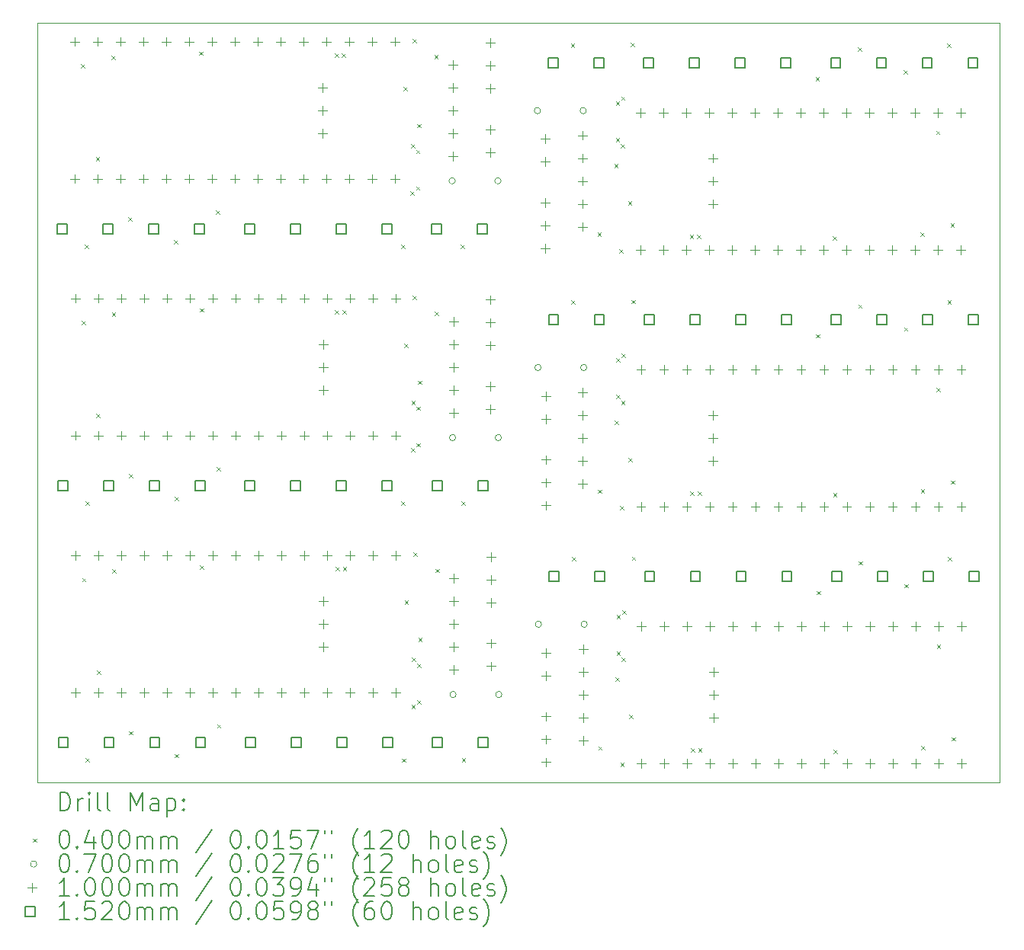
<source format=gbr>
%FSLAX45Y45*%
G04 Gerber Fmt 4.5, Leading zero omitted, Abs format (unit mm)*
G04 Created by KiCad (PCBNEW (6.0.0)) date 2022-10-06 11:10:52*
%MOMM*%
%LPD*%
G01*
G04 APERTURE LIST*
%TA.AperFunction,Profile*%
%ADD10C,0.100000*%
%TD*%
%ADD11C,0.200000*%
%ADD12C,0.040000*%
%ADD13C,0.070000*%
%ADD14C,0.100000*%
%ADD15C,0.152000*%
G04 APERTURE END LIST*
D10*
X22499320Y-4457700D02*
X11816080Y-4457700D01*
X11816080Y-4457700D02*
X11816080Y-12895580D01*
X11816080Y-12895580D02*
X22499320Y-12895580D01*
X22499320Y-12895580D02*
X22499320Y-4457700D01*
D11*
D12*
X12304255Y-4917930D02*
X12344255Y-4957930D01*
X12344255Y-4917930D02*
X12304255Y-4957930D01*
X12309160Y-7771220D02*
X12349160Y-7811220D01*
X12349160Y-7771220D02*
X12309160Y-7811220D01*
X12314240Y-10626180D02*
X12354240Y-10666180D01*
X12354240Y-10626180D02*
X12314240Y-10666180D01*
X12344895Y-6919450D02*
X12384895Y-6959450D01*
X12384895Y-6919450D02*
X12344895Y-6959450D01*
X12349800Y-9772740D02*
X12389800Y-9812740D01*
X12389800Y-9772740D02*
X12349800Y-9812740D01*
X12354880Y-12627700D02*
X12394880Y-12667700D01*
X12394880Y-12627700D02*
X12354880Y-12667700D01*
X12466815Y-5949170D02*
X12506815Y-5989170D01*
X12506815Y-5949170D02*
X12466815Y-5989170D01*
X12471720Y-8802460D02*
X12511720Y-8842460D01*
X12511720Y-8802460D02*
X12471720Y-8842460D01*
X12476800Y-11657420D02*
X12516800Y-11697420D01*
X12516800Y-11657420D02*
X12476800Y-11697420D01*
X12639535Y-4821410D02*
X12679535Y-4861410D01*
X12679535Y-4821410D02*
X12639535Y-4861410D01*
X12644440Y-7674700D02*
X12684440Y-7714700D01*
X12684440Y-7674700D02*
X12644440Y-7714700D01*
X12649520Y-10529660D02*
X12689520Y-10569660D01*
X12689520Y-10529660D02*
X12649520Y-10569660D01*
X12827495Y-6619730D02*
X12867495Y-6659730D01*
X12867495Y-6619730D02*
X12827495Y-6659730D01*
X12832400Y-9473020D02*
X12872400Y-9513020D01*
X12872400Y-9473020D02*
X12832400Y-9513020D01*
X12837480Y-12327980D02*
X12877480Y-12367980D01*
X12877480Y-12327980D02*
X12837480Y-12367980D01*
X13335495Y-6873730D02*
X13375495Y-6913730D01*
X13375495Y-6873730D02*
X13335495Y-6913730D01*
X13340400Y-9727020D02*
X13380400Y-9767020D01*
X13380400Y-9727020D02*
X13340400Y-9767020D01*
X13345480Y-12581980D02*
X13385480Y-12621980D01*
X13385480Y-12581980D02*
X13345480Y-12621980D01*
X13614895Y-4775690D02*
X13654895Y-4815690D01*
X13654895Y-4775690D02*
X13614895Y-4815690D01*
X13619800Y-7628980D02*
X13659800Y-7668980D01*
X13659800Y-7628980D02*
X13619800Y-7668980D01*
X13624880Y-10483940D02*
X13664880Y-10523940D01*
X13664880Y-10483940D02*
X13624880Y-10523940D01*
X13802855Y-6543530D02*
X13842855Y-6583530D01*
X13842855Y-6543530D02*
X13802855Y-6583530D01*
X13807760Y-9396820D02*
X13847760Y-9436820D01*
X13847760Y-9396820D02*
X13807760Y-9436820D01*
X13812840Y-12251780D02*
X13852840Y-12291780D01*
X13852840Y-12251780D02*
X13812840Y-12291780D01*
X15118575Y-4796010D02*
X15158575Y-4836010D01*
X15158575Y-4796010D02*
X15118575Y-4836010D01*
X15123480Y-7649300D02*
X15163480Y-7689300D01*
X15163480Y-7649300D02*
X15123480Y-7689300D01*
X15128560Y-10504260D02*
X15168560Y-10544260D01*
X15168560Y-10504260D02*
X15128560Y-10544260D01*
X15199855Y-4796010D02*
X15239855Y-4836010D01*
X15239855Y-4796010D02*
X15199855Y-4836010D01*
X15204760Y-7649300D02*
X15244760Y-7689300D01*
X15244760Y-7649300D02*
X15204760Y-7689300D01*
X15209840Y-10504260D02*
X15249840Y-10544260D01*
X15249840Y-10504260D02*
X15209840Y-10544260D01*
X15855175Y-6924530D02*
X15895175Y-6964530D01*
X15895175Y-6924530D02*
X15855175Y-6964530D01*
X15860080Y-9777820D02*
X15900080Y-9817820D01*
X15900080Y-9777820D02*
X15860080Y-9817820D01*
X15865160Y-12632780D02*
X15905160Y-12672780D01*
X15905160Y-12632780D02*
X15865160Y-12672780D01*
X15885655Y-5166850D02*
X15925655Y-5206850D01*
X15925655Y-5166850D02*
X15885655Y-5206850D01*
X15890560Y-8020140D02*
X15930560Y-8060140D01*
X15930560Y-8020140D02*
X15890560Y-8060140D01*
X15895640Y-10875100D02*
X15935640Y-10915100D01*
X15935640Y-10875100D02*
X15895640Y-10915100D01*
X15961855Y-6330170D02*
X16001855Y-6370170D01*
X16001855Y-6330170D02*
X15961855Y-6370170D01*
X15966760Y-9183460D02*
X16006760Y-9223460D01*
X16006760Y-9183460D02*
X15966760Y-9223460D01*
X15966935Y-5801850D02*
X16006935Y-5841850D01*
X16006935Y-5801850D02*
X15966935Y-5841850D01*
X15971840Y-8655140D02*
X16011840Y-8695140D01*
X16011840Y-8655140D02*
X15971840Y-8695140D01*
X15971840Y-12038420D02*
X16011840Y-12078420D01*
X16011840Y-12038420D02*
X15971840Y-12078420D01*
X15976920Y-11510100D02*
X16016920Y-11550100D01*
X16016920Y-11510100D02*
X15976920Y-11550100D01*
X15982175Y-4633450D02*
X16022175Y-4673450D01*
X16022175Y-4633450D02*
X15982175Y-4673450D01*
X15987080Y-7486740D02*
X16027080Y-7526740D01*
X16027080Y-7486740D02*
X15987080Y-7526740D01*
X15992160Y-10341700D02*
X16032160Y-10381700D01*
X16032160Y-10341700D02*
X15992160Y-10381700D01*
X16022815Y-5867890D02*
X16062815Y-5907890D01*
X16062815Y-5867890D02*
X16022815Y-5907890D01*
X16022815Y-6274290D02*
X16062815Y-6314290D01*
X16062815Y-6274290D02*
X16022815Y-6314290D01*
X16027720Y-8721180D02*
X16067720Y-8761180D01*
X16067720Y-8721180D02*
X16027720Y-8761180D01*
X16027720Y-9127580D02*
X16067720Y-9167580D01*
X16067720Y-9127580D02*
X16027720Y-9167580D01*
X16032800Y-11576140D02*
X16072800Y-11616140D01*
X16072800Y-11576140D02*
X16032800Y-11616140D01*
X16032800Y-11982540D02*
X16072800Y-12022540D01*
X16072800Y-11982540D02*
X16032800Y-12022540D01*
X16038055Y-5579740D02*
X16078055Y-5619740D01*
X16078055Y-5579740D02*
X16038055Y-5619740D01*
X16042960Y-8433030D02*
X16082960Y-8473030D01*
X16082960Y-8433030D02*
X16042960Y-8473030D01*
X16048040Y-11287990D02*
X16088040Y-11327990D01*
X16088040Y-11287990D02*
X16048040Y-11327990D01*
X16226015Y-4816330D02*
X16266015Y-4856330D01*
X16266015Y-4816330D02*
X16226015Y-4856330D01*
X16230920Y-7669620D02*
X16270920Y-7709620D01*
X16270920Y-7669620D02*
X16230920Y-7709620D01*
X16236000Y-10524580D02*
X16276000Y-10564580D01*
X16276000Y-10524580D02*
X16236000Y-10564580D01*
X16520655Y-6919450D02*
X16560655Y-6959450D01*
X16560655Y-6919450D02*
X16520655Y-6959450D01*
X16525560Y-9772740D02*
X16565560Y-9812740D01*
X16565560Y-9772740D02*
X16525560Y-9812740D01*
X16530640Y-12627700D02*
X16570640Y-12667700D01*
X16570640Y-12627700D02*
X16530640Y-12667700D01*
X17742304Y-4685580D02*
X17782304Y-4725580D01*
X17782304Y-4685580D02*
X17742304Y-4725580D01*
X17747384Y-7540540D02*
X17787384Y-7580540D01*
X17787384Y-7540540D02*
X17747384Y-7580540D01*
X17752289Y-10393830D02*
X17792289Y-10433830D01*
X17792289Y-10393830D02*
X17752289Y-10433830D01*
X18036944Y-6788700D02*
X18076944Y-6828700D01*
X18076944Y-6788700D02*
X18036944Y-6828700D01*
X18042024Y-9643660D02*
X18082024Y-9683660D01*
X18082024Y-9643660D02*
X18042024Y-9683660D01*
X18046929Y-12496950D02*
X18086929Y-12536950D01*
X18086929Y-12496950D02*
X18046929Y-12536950D01*
X18224904Y-6025290D02*
X18264904Y-6065290D01*
X18264904Y-6025290D02*
X18224904Y-6065290D01*
X18229984Y-8880250D02*
X18269984Y-8920250D01*
X18269984Y-8880250D02*
X18229984Y-8920250D01*
X18234889Y-11733540D02*
X18274889Y-11773540D01*
X18274889Y-11733540D02*
X18234889Y-11773540D01*
X18240144Y-5330740D02*
X18280144Y-5370740D01*
X18280144Y-5330740D02*
X18240144Y-5370740D01*
X18240144Y-5737140D02*
X18280144Y-5777140D01*
X18280144Y-5737140D02*
X18240144Y-5777140D01*
X18245224Y-8185700D02*
X18285224Y-8225700D01*
X18285224Y-8185700D02*
X18245224Y-8225700D01*
X18245224Y-8592100D02*
X18285224Y-8632100D01*
X18285224Y-8592100D02*
X18245224Y-8632100D01*
X18250129Y-11038990D02*
X18290129Y-11078990D01*
X18290129Y-11038990D02*
X18250129Y-11078990D01*
X18250129Y-11445390D02*
X18290129Y-11485390D01*
X18290129Y-11445390D02*
X18250129Y-11485390D01*
X18280784Y-6971580D02*
X18320784Y-7011580D01*
X18320784Y-6971580D02*
X18280784Y-7011580D01*
X18285864Y-9826540D02*
X18325864Y-9866540D01*
X18325864Y-9826540D02*
X18285864Y-9866540D01*
X18290769Y-12679830D02*
X18330769Y-12719830D01*
X18330769Y-12679830D02*
X18290769Y-12719830D01*
X18296024Y-5803180D02*
X18336024Y-5843180D01*
X18336024Y-5803180D02*
X18296024Y-5843180D01*
X18301104Y-5274860D02*
X18341104Y-5314860D01*
X18341104Y-5274860D02*
X18301104Y-5314860D01*
X18301104Y-8658140D02*
X18341104Y-8698140D01*
X18341104Y-8658140D02*
X18301104Y-8698140D01*
X18306009Y-11511430D02*
X18346009Y-11551430D01*
X18346009Y-11511430D02*
X18306009Y-11551430D01*
X18306184Y-8129820D02*
X18346184Y-8169820D01*
X18346184Y-8129820D02*
X18306184Y-8169820D01*
X18311089Y-10983110D02*
X18351089Y-11023110D01*
X18351089Y-10983110D02*
X18311089Y-11023110D01*
X18377304Y-6438180D02*
X18417304Y-6478180D01*
X18417304Y-6438180D02*
X18377304Y-6478180D01*
X18382384Y-9293140D02*
X18422384Y-9333140D01*
X18422384Y-9293140D02*
X18382384Y-9333140D01*
X18387289Y-12146430D02*
X18427289Y-12186430D01*
X18427289Y-12146430D02*
X18387289Y-12186430D01*
X18407784Y-4680500D02*
X18447784Y-4720500D01*
X18447784Y-4680500D02*
X18407784Y-4720500D01*
X18412864Y-7535460D02*
X18452864Y-7575460D01*
X18452864Y-7535460D02*
X18412864Y-7575460D01*
X18417769Y-10388750D02*
X18457769Y-10428750D01*
X18457769Y-10388750D02*
X18417769Y-10428750D01*
X19063104Y-6809020D02*
X19103104Y-6849020D01*
X19103104Y-6809020D02*
X19063104Y-6849020D01*
X19068184Y-9663980D02*
X19108184Y-9703980D01*
X19108184Y-9663980D02*
X19068184Y-9703980D01*
X19073089Y-12517270D02*
X19113089Y-12557270D01*
X19113089Y-12517270D02*
X19073089Y-12557270D01*
X19144384Y-6809020D02*
X19184384Y-6849020D01*
X19184384Y-6809020D02*
X19144384Y-6849020D01*
X19149464Y-9663980D02*
X19189464Y-9703980D01*
X19189464Y-9663980D02*
X19149464Y-9703980D01*
X19154369Y-12517270D02*
X19194369Y-12557270D01*
X19194369Y-12517270D02*
X19154369Y-12557270D01*
X20460104Y-5061500D02*
X20500104Y-5101500D01*
X20500104Y-5061500D02*
X20460104Y-5101500D01*
X20465184Y-7916460D02*
X20505184Y-7956460D01*
X20505184Y-7916460D02*
X20465184Y-7956460D01*
X20470089Y-10769750D02*
X20510089Y-10809750D01*
X20510089Y-10769750D02*
X20470089Y-10809750D01*
X20648064Y-6829340D02*
X20688064Y-6869340D01*
X20688064Y-6829340D02*
X20648064Y-6869340D01*
X20653144Y-9684300D02*
X20693144Y-9724300D01*
X20693144Y-9684300D02*
X20653144Y-9724300D01*
X20658049Y-12537590D02*
X20698049Y-12577590D01*
X20698049Y-12537590D02*
X20658049Y-12577590D01*
X20927464Y-4731300D02*
X20967464Y-4771300D01*
X20967464Y-4731300D02*
X20927464Y-4771300D01*
X20932544Y-7586260D02*
X20972544Y-7626260D01*
X20972544Y-7586260D02*
X20932544Y-7626260D01*
X20937449Y-10439550D02*
X20977449Y-10479550D01*
X20977449Y-10439550D02*
X20937449Y-10479550D01*
X21435464Y-4985300D02*
X21475464Y-5025300D01*
X21475464Y-4985300D02*
X21435464Y-5025300D01*
X21440544Y-7840260D02*
X21480544Y-7880260D01*
X21480544Y-7840260D02*
X21440544Y-7880260D01*
X21445449Y-10693550D02*
X21485449Y-10733550D01*
X21485449Y-10693550D02*
X21445449Y-10733550D01*
X21623424Y-6783620D02*
X21663424Y-6823620D01*
X21663424Y-6783620D02*
X21623424Y-6823620D01*
X21628504Y-9638580D02*
X21668504Y-9678580D01*
X21668504Y-9638580D02*
X21628504Y-9678580D01*
X21633409Y-12491870D02*
X21673409Y-12531870D01*
X21673409Y-12491870D02*
X21633409Y-12531870D01*
X21796144Y-5655860D02*
X21836144Y-5695860D01*
X21836144Y-5655860D02*
X21796144Y-5695860D01*
X21801224Y-8510820D02*
X21841224Y-8550820D01*
X21841224Y-8510820D02*
X21801224Y-8550820D01*
X21806129Y-11364110D02*
X21846129Y-11404110D01*
X21846129Y-11364110D02*
X21806129Y-11404110D01*
X21918064Y-4685580D02*
X21958064Y-4725580D01*
X21958064Y-4685580D02*
X21918064Y-4725580D01*
X21923144Y-7540540D02*
X21963144Y-7580540D01*
X21963144Y-7540540D02*
X21923144Y-7580540D01*
X21928049Y-10393830D02*
X21968049Y-10433830D01*
X21968049Y-10393830D02*
X21928049Y-10433830D01*
X21958704Y-6687100D02*
X21998704Y-6727100D01*
X21998704Y-6687100D02*
X21958704Y-6727100D01*
X21963784Y-9542060D02*
X22003784Y-9582060D01*
X22003784Y-9542060D02*
X21963784Y-9582060D01*
X21968689Y-12395350D02*
X22008689Y-12435350D01*
X22008689Y-12395350D02*
X21968689Y-12435350D01*
D13*
X16458640Y-6212840D02*
G75*
G03*
X16458640Y-6212840I-35000J0D01*
G01*
X16463545Y-9066130D02*
G75*
G03*
X16463545Y-9066130I-35000J0D01*
G01*
X16468625Y-11921090D02*
G75*
G03*
X16468625Y-11921090I-35000J0D01*
G01*
X16966640Y-6212840D02*
G75*
G03*
X16966640Y-6212840I-35000J0D01*
G01*
X16971545Y-9066130D02*
G75*
G03*
X16971545Y-9066130I-35000J0D01*
G01*
X16976625Y-11921090D02*
G75*
G03*
X16976625Y-11921090I-35000J0D01*
G01*
X17406319Y-5432190D02*
G75*
G03*
X17406319Y-5432190I-35000J0D01*
G01*
X17411399Y-8287150D02*
G75*
G03*
X17411399Y-8287150I-35000J0D01*
G01*
X17416304Y-11140440D02*
G75*
G03*
X17416304Y-11140440I-35000J0D01*
G01*
X17914319Y-5432190D02*
G75*
G03*
X17914319Y-5432190I-35000J0D01*
G01*
X17919399Y-8287150D02*
G75*
G03*
X17919399Y-8287150I-35000J0D01*
G01*
X17924304Y-11140440D02*
G75*
G03*
X17924304Y-11140440I-35000J0D01*
G01*
D14*
X12232815Y-4614610D02*
X12232815Y-4714610D01*
X12182815Y-4664610D02*
X12282815Y-4664610D01*
X12232815Y-6138610D02*
X12232815Y-6238610D01*
X12182815Y-6188610D02*
X12282815Y-6188610D01*
X12237720Y-7467900D02*
X12237720Y-7567900D01*
X12187720Y-7517900D02*
X12287720Y-7517900D01*
X12237720Y-8991900D02*
X12237720Y-9091900D01*
X12187720Y-9041900D02*
X12287720Y-9041900D01*
X12242800Y-10322860D02*
X12242800Y-10422860D01*
X12192800Y-10372860D02*
X12292800Y-10372860D01*
X12242800Y-11846860D02*
X12242800Y-11946860D01*
X12192800Y-11896860D02*
X12292800Y-11896860D01*
X12486815Y-4614610D02*
X12486815Y-4714610D01*
X12436815Y-4664610D02*
X12536815Y-4664610D01*
X12486815Y-6138610D02*
X12486815Y-6238610D01*
X12436815Y-6188610D02*
X12536815Y-6188610D01*
X12491720Y-7467900D02*
X12491720Y-7567900D01*
X12441720Y-7517900D02*
X12541720Y-7517900D01*
X12491720Y-8991900D02*
X12491720Y-9091900D01*
X12441720Y-9041900D02*
X12541720Y-9041900D01*
X12496800Y-10322860D02*
X12496800Y-10422860D01*
X12446800Y-10372860D02*
X12546800Y-10372860D01*
X12496800Y-11846860D02*
X12496800Y-11946860D01*
X12446800Y-11896860D02*
X12546800Y-11896860D01*
X12740815Y-4614610D02*
X12740815Y-4714610D01*
X12690815Y-4664610D02*
X12790815Y-4664610D01*
X12740815Y-6138610D02*
X12740815Y-6238610D01*
X12690815Y-6188610D02*
X12790815Y-6188610D01*
X12745720Y-7467900D02*
X12745720Y-7567900D01*
X12695720Y-7517900D02*
X12795720Y-7517900D01*
X12745720Y-8991900D02*
X12745720Y-9091900D01*
X12695720Y-9041900D02*
X12795720Y-9041900D01*
X12750800Y-10322860D02*
X12750800Y-10422860D01*
X12700800Y-10372860D02*
X12800800Y-10372860D01*
X12750800Y-11846860D02*
X12750800Y-11946860D01*
X12700800Y-11896860D02*
X12800800Y-11896860D01*
X12994815Y-4614610D02*
X12994815Y-4714610D01*
X12944815Y-4664610D02*
X13044815Y-4664610D01*
X12994815Y-6138610D02*
X12994815Y-6238610D01*
X12944815Y-6188610D02*
X13044815Y-6188610D01*
X12999720Y-7467900D02*
X12999720Y-7567900D01*
X12949720Y-7517900D02*
X13049720Y-7517900D01*
X12999720Y-8991900D02*
X12999720Y-9091900D01*
X12949720Y-9041900D02*
X13049720Y-9041900D01*
X13004800Y-10322860D02*
X13004800Y-10422860D01*
X12954800Y-10372860D02*
X13054800Y-10372860D01*
X13004800Y-11846860D02*
X13004800Y-11946860D01*
X12954800Y-11896860D02*
X13054800Y-11896860D01*
X13248815Y-4614610D02*
X13248815Y-4714610D01*
X13198815Y-4664610D02*
X13298815Y-4664610D01*
X13248815Y-6138610D02*
X13248815Y-6238610D01*
X13198815Y-6188610D02*
X13298815Y-6188610D01*
X13253720Y-7467900D02*
X13253720Y-7567900D01*
X13203720Y-7517900D02*
X13303720Y-7517900D01*
X13253720Y-8991900D02*
X13253720Y-9091900D01*
X13203720Y-9041900D02*
X13303720Y-9041900D01*
X13258800Y-10322860D02*
X13258800Y-10422860D01*
X13208800Y-10372860D02*
X13308800Y-10372860D01*
X13258800Y-11846860D02*
X13258800Y-11946860D01*
X13208800Y-11896860D02*
X13308800Y-11896860D01*
X13502815Y-4614610D02*
X13502815Y-4714610D01*
X13452815Y-4664610D02*
X13552815Y-4664610D01*
X13502815Y-6138610D02*
X13502815Y-6238610D01*
X13452815Y-6188610D02*
X13552815Y-6188610D01*
X13507720Y-7467900D02*
X13507720Y-7567900D01*
X13457720Y-7517900D02*
X13557720Y-7517900D01*
X13507720Y-8991900D02*
X13507720Y-9091900D01*
X13457720Y-9041900D02*
X13557720Y-9041900D01*
X13512800Y-10322860D02*
X13512800Y-10422860D01*
X13462800Y-10372860D02*
X13562800Y-10372860D01*
X13512800Y-11846860D02*
X13512800Y-11946860D01*
X13462800Y-11896860D02*
X13562800Y-11896860D01*
X13756815Y-4614610D02*
X13756815Y-4714610D01*
X13706815Y-4664610D02*
X13806815Y-4664610D01*
X13756815Y-6138610D02*
X13756815Y-6238610D01*
X13706815Y-6188610D02*
X13806815Y-6188610D01*
X13761720Y-7467900D02*
X13761720Y-7567900D01*
X13711720Y-7517900D02*
X13811720Y-7517900D01*
X13761720Y-8991900D02*
X13761720Y-9091900D01*
X13711720Y-9041900D02*
X13811720Y-9041900D01*
X13766800Y-10322860D02*
X13766800Y-10422860D01*
X13716800Y-10372860D02*
X13816800Y-10372860D01*
X13766800Y-11846860D02*
X13766800Y-11946860D01*
X13716800Y-11896860D02*
X13816800Y-11896860D01*
X14010815Y-4614610D02*
X14010815Y-4714610D01*
X13960815Y-4664610D02*
X14060815Y-4664610D01*
X14010815Y-6138610D02*
X14010815Y-6238610D01*
X13960815Y-6188610D02*
X14060815Y-6188610D01*
X14015720Y-7467900D02*
X14015720Y-7567900D01*
X13965720Y-7517900D02*
X14065720Y-7517900D01*
X14015720Y-8991900D02*
X14015720Y-9091900D01*
X13965720Y-9041900D02*
X14065720Y-9041900D01*
X14020800Y-10322860D02*
X14020800Y-10422860D01*
X13970800Y-10372860D02*
X14070800Y-10372860D01*
X14020800Y-11846860D02*
X14020800Y-11946860D01*
X13970800Y-11896860D02*
X14070800Y-11896860D01*
X14264815Y-4614610D02*
X14264815Y-4714610D01*
X14214815Y-4664610D02*
X14314815Y-4664610D01*
X14264815Y-6138610D02*
X14264815Y-6238610D01*
X14214815Y-6188610D02*
X14314815Y-6188610D01*
X14269720Y-7467900D02*
X14269720Y-7567900D01*
X14219720Y-7517900D02*
X14319720Y-7517900D01*
X14269720Y-8991900D02*
X14269720Y-9091900D01*
X14219720Y-9041900D02*
X14319720Y-9041900D01*
X14274800Y-10322860D02*
X14274800Y-10422860D01*
X14224800Y-10372860D02*
X14324800Y-10372860D01*
X14274800Y-11846860D02*
X14274800Y-11946860D01*
X14224800Y-11896860D02*
X14324800Y-11896860D01*
X14518815Y-4614610D02*
X14518815Y-4714610D01*
X14468815Y-4664610D02*
X14568815Y-4664610D01*
X14518815Y-6138610D02*
X14518815Y-6238610D01*
X14468815Y-6188610D02*
X14568815Y-6188610D01*
X14523720Y-7467900D02*
X14523720Y-7567900D01*
X14473720Y-7517900D02*
X14573720Y-7517900D01*
X14523720Y-8991900D02*
X14523720Y-9091900D01*
X14473720Y-9041900D02*
X14573720Y-9041900D01*
X14528800Y-10322860D02*
X14528800Y-10422860D01*
X14478800Y-10372860D02*
X14578800Y-10372860D01*
X14528800Y-11846860D02*
X14528800Y-11946860D01*
X14478800Y-11896860D02*
X14578800Y-11896860D01*
X14772815Y-4614610D02*
X14772815Y-4714610D01*
X14722815Y-4664610D02*
X14822815Y-4664610D01*
X14772815Y-6138610D02*
X14772815Y-6238610D01*
X14722815Y-6188610D02*
X14822815Y-6188610D01*
X14777720Y-7467900D02*
X14777720Y-7567900D01*
X14727720Y-7517900D02*
X14827720Y-7517900D01*
X14777720Y-8991900D02*
X14777720Y-9091900D01*
X14727720Y-9041900D02*
X14827720Y-9041900D01*
X14782800Y-10322860D02*
X14782800Y-10422860D01*
X14732800Y-10372860D02*
X14832800Y-10372860D01*
X14782800Y-11846860D02*
X14782800Y-11946860D01*
X14732800Y-11896860D02*
X14832800Y-11896860D01*
X14986175Y-5126690D02*
X14986175Y-5226690D01*
X14936175Y-5176690D02*
X15036175Y-5176690D01*
X14986175Y-5380690D02*
X14986175Y-5480690D01*
X14936175Y-5430690D02*
X15036175Y-5430690D01*
X14986175Y-5634690D02*
X14986175Y-5734690D01*
X14936175Y-5684690D02*
X15036175Y-5684690D01*
X14991080Y-7979980D02*
X14991080Y-8079980D01*
X14941080Y-8029980D02*
X15041080Y-8029980D01*
X14991080Y-8233980D02*
X14991080Y-8333980D01*
X14941080Y-8283980D02*
X15041080Y-8283980D01*
X14991080Y-8487980D02*
X14991080Y-8587980D01*
X14941080Y-8537980D02*
X15041080Y-8537980D01*
X14996160Y-10834940D02*
X14996160Y-10934940D01*
X14946160Y-10884940D02*
X15046160Y-10884940D01*
X14996160Y-11088940D02*
X14996160Y-11188940D01*
X14946160Y-11138940D02*
X15046160Y-11138940D01*
X14996160Y-11342940D02*
X14996160Y-11442940D01*
X14946160Y-11392940D02*
X15046160Y-11392940D01*
X15026815Y-4614610D02*
X15026815Y-4714610D01*
X14976815Y-4664610D02*
X15076815Y-4664610D01*
X15026815Y-6138610D02*
X15026815Y-6238610D01*
X14976815Y-6188610D02*
X15076815Y-6188610D01*
X15031720Y-7467900D02*
X15031720Y-7567900D01*
X14981720Y-7517900D02*
X15081720Y-7517900D01*
X15031720Y-8991900D02*
X15031720Y-9091900D01*
X14981720Y-9041900D02*
X15081720Y-9041900D01*
X15036800Y-10322860D02*
X15036800Y-10422860D01*
X14986800Y-10372860D02*
X15086800Y-10372860D01*
X15036800Y-11846860D02*
X15036800Y-11946860D01*
X14986800Y-11896860D02*
X15086800Y-11896860D01*
X15280815Y-4614610D02*
X15280815Y-4714610D01*
X15230815Y-4664610D02*
X15330815Y-4664610D01*
X15280815Y-6138610D02*
X15280815Y-6238610D01*
X15230815Y-6188610D02*
X15330815Y-6188610D01*
X15285720Y-7467900D02*
X15285720Y-7567900D01*
X15235720Y-7517900D02*
X15335720Y-7517900D01*
X15285720Y-8991900D02*
X15285720Y-9091900D01*
X15235720Y-9041900D02*
X15335720Y-9041900D01*
X15290800Y-10322860D02*
X15290800Y-10422860D01*
X15240800Y-10372860D02*
X15340800Y-10372860D01*
X15290800Y-11846860D02*
X15290800Y-11946860D01*
X15240800Y-11896860D02*
X15340800Y-11896860D01*
X15534815Y-4614610D02*
X15534815Y-4714610D01*
X15484815Y-4664610D02*
X15584815Y-4664610D01*
X15534815Y-6138610D02*
X15534815Y-6238610D01*
X15484815Y-6188610D02*
X15584815Y-6188610D01*
X15539720Y-7467900D02*
X15539720Y-7567900D01*
X15489720Y-7517900D02*
X15589720Y-7517900D01*
X15539720Y-8991900D02*
X15539720Y-9091900D01*
X15489720Y-9041900D02*
X15589720Y-9041900D01*
X15544800Y-10322860D02*
X15544800Y-10422860D01*
X15494800Y-10372860D02*
X15594800Y-10372860D01*
X15544800Y-11846860D02*
X15544800Y-11946860D01*
X15494800Y-11896860D02*
X15594800Y-11896860D01*
X15788815Y-4614610D02*
X15788815Y-4714610D01*
X15738815Y-4664610D02*
X15838815Y-4664610D01*
X15788815Y-6138610D02*
X15788815Y-6238610D01*
X15738815Y-6188610D02*
X15838815Y-6188610D01*
X15793720Y-7467900D02*
X15793720Y-7567900D01*
X15743720Y-7517900D02*
X15843720Y-7517900D01*
X15793720Y-8991900D02*
X15793720Y-9091900D01*
X15743720Y-9041900D02*
X15843720Y-9041900D01*
X15798800Y-10322860D02*
X15798800Y-10422860D01*
X15748800Y-10372860D02*
X15848800Y-10372860D01*
X15798800Y-11846860D02*
X15798800Y-11946860D01*
X15748800Y-11896860D02*
X15848800Y-11896860D01*
X16433975Y-4872690D02*
X16433975Y-4972690D01*
X16383975Y-4922690D02*
X16483975Y-4922690D01*
X16433975Y-5126690D02*
X16433975Y-5226690D01*
X16383975Y-5176690D02*
X16483975Y-5176690D01*
X16433975Y-5380690D02*
X16433975Y-5480690D01*
X16383975Y-5430690D02*
X16483975Y-5430690D01*
X16433975Y-5634690D02*
X16433975Y-5734690D01*
X16383975Y-5684690D02*
X16483975Y-5684690D01*
X16433975Y-5888690D02*
X16433975Y-5988690D01*
X16383975Y-5938690D02*
X16483975Y-5938690D01*
X16438880Y-7725980D02*
X16438880Y-7825980D01*
X16388880Y-7775980D02*
X16488880Y-7775980D01*
X16438880Y-7979980D02*
X16438880Y-8079980D01*
X16388880Y-8029980D02*
X16488880Y-8029980D01*
X16438880Y-8233980D02*
X16438880Y-8333980D01*
X16388880Y-8283980D02*
X16488880Y-8283980D01*
X16438880Y-8487980D02*
X16438880Y-8587980D01*
X16388880Y-8537980D02*
X16488880Y-8537980D01*
X16438880Y-8741980D02*
X16438880Y-8841980D01*
X16388880Y-8791980D02*
X16488880Y-8791980D01*
X16443960Y-10580940D02*
X16443960Y-10680940D01*
X16393960Y-10630940D02*
X16493960Y-10630940D01*
X16443960Y-10834940D02*
X16443960Y-10934940D01*
X16393960Y-10884940D02*
X16493960Y-10884940D01*
X16443960Y-11088940D02*
X16443960Y-11188940D01*
X16393960Y-11138940D02*
X16493960Y-11138940D01*
X16443960Y-11342940D02*
X16443960Y-11442940D01*
X16393960Y-11392940D02*
X16493960Y-11392940D01*
X16443960Y-11596940D02*
X16443960Y-11696940D01*
X16393960Y-11646940D02*
X16493960Y-11646940D01*
X16845280Y-5593880D02*
X16845280Y-5693880D01*
X16795280Y-5643880D02*
X16895280Y-5643880D01*
X16845280Y-5847880D02*
X16845280Y-5947880D01*
X16795280Y-5897880D02*
X16895280Y-5897880D01*
X16845455Y-4630350D02*
X16845455Y-4730350D01*
X16795455Y-4680350D02*
X16895455Y-4680350D01*
X16845455Y-4884350D02*
X16845455Y-4984350D01*
X16795455Y-4934350D02*
X16895455Y-4934350D01*
X16845455Y-5138350D02*
X16845455Y-5238350D01*
X16795455Y-5188350D02*
X16895455Y-5188350D01*
X16850185Y-8447170D02*
X16850185Y-8547170D01*
X16800185Y-8497170D02*
X16900185Y-8497170D01*
X16850185Y-8701170D02*
X16850185Y-8801170D01*
X16800185Y-8751170D02*
X16900185Y-8751170D01*
X16850360Y-7483640D02*
X16850360Y-7583640D01*
X16800360Y-7533640D02*
X16900360Y-7533640D01*
X16850360Y-7737640D02*
X16850360Y-7837640D01*
X16800360Y-7787640D02*
X16900360Y-7787640D01*
X16850360Y-7991640D02*
X16850360Y-8091640D01*
X16800360Y-8041640D02*
X16900360Y-8041640D01*
X16855265Y-11302130D02*
X16855265Y-11402130D01*
X16805265Y-11352130D02*
X16905265Y-11352130D01*
X16855265Y-11556130D02*
X16855265Y-11656130D01*
X16805265Y-11606130D02*
X16905265Y-11606130D01*
X16855440Y-10338600D02*
X16855440Y-10438600D01*
X16805440Y-10388600D02*
X16905440Y-10388600D01*
X16855440Y-10592600D02*
X16855440Y-10692600D01*
X16805440Y-10642600D02*
X16905440Y-10642600D01*
X16855440Y-10846600D02*
X16855440Y-10946600D01*
X16805440Y-10896600D02*
X16905440Y-10896600D01*
X17457504Y-6406680D02*
X17457504Y-6506680D01*
X17407504Y-6456680D02*
X17507504Y-6456680D01*
X17457504Y-6660680D02*
X17457504Y-6760680D01*
X17407504Y-6710680D02*
X17507504Y-6710680D01*
X17457504Y-6914680D02*
X17457504Y-7014680D01*
X17407504Y-6964680D02*
X17507504Y-6964680D01*
X17457679Y-5697150D02*
X17457679Y-5797150D01*
X17407679Y-5747150D02*
X17507679Y-5747150D01*
X17457679Y-5951150D02*
X17457679Y-6051150D01*
X17407679Y-6001150D02*
X17507679Y-6001150D01*
X17462584Y-9261640D02*
X17462584Y-9361640D01*
X17412584Y-9311640D02*
X17512584Y-9311640D01*
X17462584Y-9515640D02*
X17462584Y-9615640D01*
X17412584Y-9565640D02*
X17512584Y-9565640D01*
X17462584Y-9769640D02*
X17462584Y-9869640D01*
X17412584Y-9819640D02*
X17512584Y-9819640D01*
X17462759Y-8552110D02*
X17462759Y-8652110D01*
X17412759Y-8602110D02*
X17512759Y-8602110D01*
X17462759Y-8806110D02*
X17462759Y-8906110D01*
X17412759Y-8856110D02*
X17512759Y-8856110D01*
X17467489Y-12114930D02*
X17467489Y-12214930D01*
X17417489Y-12164930D02*
X17517489Y-12164930D01*
X17467489Y-12368930D02*
X17467489Y-12468930D01*
X17417489Y-12418930D02*
X17517489Y-12418930D01*
X17467489Y-12622930D02*
X17467489Y-12722930D01*
X17417489Y-12672930D02*
X17517489Y-12672930D01*
X17467664Y-11405400D02*
X17467664Y-11505400D01*
X17417664Y-11455400D02*
X17517664Y-11455400D01*
X17467664Y-11659400D02*
X17467664Y-11759400D01*
X17417664Y-11709400D02*
X17517664Y-11709400D01*
X17868984Y-5656340D02*
X17868984Y-5756340D01*
X17818984Y-5706340D02*
X17918984Y-5706340D01*
X17868984Y-5910340D02*
X17868984Y-6010340D01*
X17818984Y-5960340D02*
X17918984Y-5960340D01*
X17868984Y-6164340D02*
X17868984Y-6264340D01*
X17818984Y-6214340D02*
X17918984Y-6214340D01*
X17868984Y-6418340D02*
X17868984Y-6518340D01*
X17818984Y-6468340D02*
X17918984Y-6468340D01*
X17868984Y-6672340D02*
X17868984Y-6772340D01*
X17818984Y-6722340D02*
X17918984Y-6722340D01*
X17874064Y-8511300D02*
X17874064Y-8611300D01*
X17824064Y-8561300D02*
X17924064Y-8561300D01*
X17874064Y-8765300D02*
X17874064Y-8865300D01*
X17824064Y-8815300D02*
X17924064Y-8815300D01*
X17874064Y-9019300D02*
X17874064Y-9119300D01*
X17824064Y-9069300D02*
X17924064Y-9069300D01*
X17874064Y-9273300D02*
X17874064Y-9373300D01*
X17824064Y-9323300D02*
X17924064Y-9323300D01*
X17874064Y-9527300D02*
X17874064Y-9627300D01*
X17824064Y-9577300D02*
X17924064Y-9577300D01*
X17878969Y-11364590D02*
X17878969Y-11464590D01*
X17828969Y-11414590D02*
X17928969Y-11414590D01*
X17878969Y-11618590D02*
X17878969Y-11718590D01*
X17828969Y-11668590D02*
X17928969Y-11668590D01*
X17878969Y-11872590D02*
X17878969Y-11972590D01*
X17828969Y-11922590D02*
X17928969Y-11922590D01*
X17878969Y-12126590D02*
X17878969Y-12226590D01*
X17828969Y-12176590D02*
X17928969Y-12176590D01*
X17878969Y-12380590D02*
X17878969Y-12480590D01*
X17828969Y-12430590D02*
X17928969Y-12430590D01*
X18514144Y-5406420D02*
X18514144Y-5506420D01*
X18464144Y-5456420D02*
X18564144Y-5456420D01*
X18514144Y-6930420D02*
X18514144Y-7030420D01*
X18464144Y-6980420D02*
X18564144Y-6980420D01*
X18519224Y-8261380D02*
X18519224Y-8361380D01*
X18469224Y-8311380D02*
X18569224Y-8311380D01*
X18519224Y-9785380D02*
X18519224Y-9885380D01*
X18469224Y-9835380D02*
X18569224Y-9835380D01*
X18524129Y-11114670D02*
X18524129Y-11214670D01*
X18474129Y-11164670D02*
X18574129Y-11164670D01*
X18524129Y-12638670D02*
X18524129Y-12738670D01*
X18474129Y-12688670D02*
X18574129Y-12688670D01*
X18768144Y-5406420D02*
X18768144Y-5506420D01*
X18718144Y-5456420D02*
X18818144Y-5456420D01*
X18768144Y-6930420D02*
X18768144Y-7030420D01*
X18718144Y-6980420D02*
X18818144Y-6980420D01*
X18773224Y-8261380D02*
X18773224Y-8361380D01*
X18723224Y-8311380D02*
X18823224Y-8311380D01*
X18773224Y-9785380D02*
X18773224Y-9885380D01*
X18723224Y-9835380D02*
X18823224Y-9835380D01*
X18778129Y-11114670D02*
X18778129Y-11214670D01*
X18728129Y-11164670D02*
X18828129Y-11164670D01*
X18778129Y-12638670D02*
X18778129Y-12738670D01*
X18728129Y-12688670D02*
X18828129Y-12688670D01*
X19022144Y-5406420D02*
X19022144Y-5506420D01*
X18972144Y-5456420D02*
X19072144Y-5456420D01*
X19022144Y-6930420D02*
X19022144Y-7030420D01*
X18972144Y-6980420D02*
X19072144Y-6980420D01*
X19027224Y-8261380D02*
X19027224Y-8361380D01*
X18977224Y-8311380D02*
X19077224Y-8311380D01*
X19027224Y-9785380D02*
X19027224Y-9885380D01*
X18977224Y-9835380D02*
X19077224Y-9835380D01*
X19032129Y-11114670D02*
X19032129Y-11214670D01*
X18982129Y-11164670D02*
X19082129Y-11164670D01*
X19032129Y-12638670D02*
X19032129Y-12738670D01*
X18982129Y-12688670D02*
X19082129Y-12688670D01*
X19276144Y-5406420D02*
X19276144Y-5506420D01*
X19226144Y-5456420D02*
X19326144Y-5456420D01*
X19276144Y-6930420D02*
X19276144Y-7030420D01*
X19226144Y-6980420D02*
X19326144Y-6980420D01*
X19281224Y-8261380D02*
X19281224Y-8361380D01*
X19231224Y-8311380D02*
X19331224Y-8311380D01*
X19281224Y-9785380D02*
X19281224Y-9885380D01*
X19231224Y-9835380D02*
X19331224Y-9835380D01*
X19286129Y-11114670D02*
X19286129Y-11214670D01*
X19236129Y-11164670D02*
X19336129Y-11164670D01*
X19286129Y-12638670D02*
X19286129Y-12738670D01*
X19236129Y-12688670D02*
X19336129Y-12688670D01*
X19316784Y-5910340D02*
X19316784Y-6010340D01*
X19266784Y-5960340D02*
X19366784Y-5960340D01*
X19316784Y-6164340D02*
X19316784Y-6264340D01*
X19266784Y-6214340D02*
X19366784Y-6214340D01*
X19316784Y-6418340D02*
X19316784Y-6518340D01*
X19266784Y-6468340D02*
X19366784Y-6468340D01*
X19321864Y-8765300D02*
X19321864Y-8865300D01*
X19271864Y-8815300D02*
X19371864Y-8815300D01*
X19321864Y-9019300D02*
X19321864Y-9119300D01*
X19271864Y-9069300D02*
X19371864Y-9069300D01*
X19321864Y-9273300D02*
X19321864Y-9373300D01*
X19271864Y-9323300D02*
X19371864Y-9323300D01*
X19326769Y-11618590D02*
X19326769Y-11718590D01*
X19276769Y-11668590D02*
X19376769Y-11668590D01*
X19326769Y-11872590D02*
X19326769Y-11972590D01*
X19276769Y-11922590D02*
X19376769Y-11922590D01*
X19326769Y-12126590D02*
X19326769Y-12226590D01*
X19276769Y-12176590D02*
X19376769Y-12176590D01*
X19530144Y-5406420D02*
X19530144Y-5506420D01*
X19480144Y-5456420D02*
X19580144Y-5456420D01*
X19530144Y-6930420D02*
X19530144Y-7030420D01*
X19480144Y-6980420D02*
X19580144Y-6980420D01*
X19535224Y-8261380D02*
X19535224Y-8361380D01*
X19485224Y-8311380D02*
X19585224Y-8311380D01*
X19535224Y-9785380D02*
X19535224Y-9885380D01*
X19485224Y-9835380D02*
X19585224Y-9835380D01*
X19540129Y-11114670D02*
X19540129Y-11214670D01*
X19490129Y-11164670D02*
X19590129Y-11164670D01*
X19540129Y-12638670D02*
X19540129Y-12738670D01*
X19490129Y-12688670D02*
X19590129Y-12688670D01*
X19784144Y-5406420D02*
X19784144Y-5506420D01*
X19734144Y-5456420D02*
X19834144Y-5456420D01*
X19784144Y-6930420D02*
X19784144Y-7030420D01*
X19734144Y-6980420D02*
X19834144Y-6980420D01*
X19789224Y-8261380D02*
X19789224Y-8361380D01*
X19739224Y-8311380D02*
X19839224Y-8311380D01*
X19789224Y-9785380D02*
X19789224Y-9885380D01*
X19739224Y-9835380D02*
X19839224Y-9835380D01*
X19794129Y-11114670D02*
X19794129Y-11214670D01*
X19744129Y-11164670D02*
X19844129Y-11164670D01*
X19794129Y-12638670D02*
X19794129Y-12738670D01*
X19744129Y-12688670D02*
X19844129Y-12688670D01*
X20038144Y-5406420D02*
X20038144Y-5506420D01*
X19988144Y-5456420D02*
X20088144Y-5456420D01*
X20038144Y-6930420D02*
X20038144Y-7030420D01*
X19988144Y-6980420D02*
X20088144Y-6980420D01*
X20043224Y-8261380D02*
X20043224Y-8361380D01*
X19993224Y-8311380D02*
X20093224Y-8311380D01*
X20043224Y-9785380D02*
X20043224Y-9885380D01*
X19993224Y-9835380D02*
X20093224Y-9835380D01*
X20048129Y-11114670D02*
X20048129Y-11214670D01*
X19998129Y-11164670D02*
X20098129Y-11164670D01*
X20048129Y-12638670D02*
X20048129Y-12738670D01*
X19998129Y-12688670D02*
X20098129Y-12688670D01*
X20292144Y-5406420D02*
X20292144Y-5506420D01*
X20242144Y-5456420D02*
X20342144Y-5456420D01*
X20292144Y-6930420D02*
X20292144Y-7030420D01*
X20242144Y-6980420D02*
X20342144Y-6980420D01*
X20297224Y-8261380D02*
X20297224Y-8361380D01*
X20247224Y-8311380D02*
X20347224Y-8311380D01*
X20297224Y-9785380D02*
X20297224Y-9885380D01*
X20247224Y-9835380D02*
X20347224Y-9835380D01*
X20302129Y-11114670D02*
X20302129Y-11214670D01*
X20252129Y-11164670D02*
X20352129Y-11164670D01*
X20302129Y-12638670D02*
X20302129Y-12738670D01*
X20252129Y-12688670D02*
X20352129Y-12688670D01*
X20546144Y-5406420D02*
X20546144Y-5506420D01*
X20496144Y-5456420D02*
X20596144Y-5456420D01*
X20546144Y-6930420D02*
X20546144Y-7030420D01*
X20496144Y-6980420D02*
X20596144Y-6980420D01*
X20551224Y-8261380D02*
X20551224Y-8361380D01*
X20501224Y-8311380D02*
X20601224Y-8311380D01*
X20551224Y-9785380D02*
X20551224Y-9885380D01*
X20501224Y-9835380D02*
X20601224Y-9835380D01*
X20556129Y-11114670D02*
X20556129Y-11214670D01*
X20506129Y-11164670D02*
X20606129Y-11164670D01*
X20556129Y-12638670D02*
X20556129Y-12738670D01*
X20506129Y-12688670D02*
X20606129Y-12688670D01*
X20800144Y-5406420D02*
X20800144Y-5506420D01*
X20750144Y-5456420D02*
X20850144Y-5456420D01*
X20800144Y-6930420D02*
X20800144Y-7030420D01*
X20750144Y-6980420D02*
X20850144Y-6980420D01*
X20805224Y-8261380D02*
X20805224Y-8361380D01*
X20755224Y-8311380D02*
X20855224Y-8311380D01*
X20805224Y-9785380D02*
X20805224Y-9885380D01*
X20755224Y-9835380D02*
X20855224Y-9835380D01*
X20810129Y-11114670D02*
X20810129Y-11214670D01*
X20760129Y-11164670D02*
X20860129Y-11164670D01*
X20810129Y-12638670D02*
X20810129Y-12738670D01*
X20760129Y-12688670D02*
X20860129Y-12688670D01*
X21054144Y-5406420D02*
X21054144Y-5506420D01*
X21004144Y-5456420D02*
X21104144Y-5456420D01*
X21054144Y-6930420D02*
X21054144Y-7030420D01*
X21004144Y-6980420D02*
X21104144Y-6980420D01*
X21059224Y-8261380D02*
X21059224Y-8361380D01*
X21009224Y-8311380D02*
X21109224Y-8311380D01*
X21059224Y-9785380D02*
X21059224Y-9885380D01*
X21009224Y-9835380D02*
X21109224Y-9835380D01*
X21064129Y-11114670D02*
X21064129Y-11214670D01*
X21014129Y-11164670D02*
X21114129Y-11164670D01*
X21064129Y-12638670D02*
X21064129Y-12738670D01*
X21014129Y-12688670D02*
X21114129Y-12688670D01*
X21308144Y-5406420D02*
X21308144Y-5506420D01*
X21258144Y-5456420D02*
X21358144Y-5456420D01*
X21308144Y-6930420D02*
X21308144Y-7030420D01*
X21258144Y-6980420D02*
X21358144Y-6980420D01*
X21313224Y-8261380D02*
X21313224Y-8361380D01*
X21263224Y-8311380D02*
X21363224Y-8311380D01*
X21313224Y-9785380D02*
X21313224Y-9885380D01*
X21263224Y-9835380D02*
X21363224Y-9835380D01*
X21318129Y-11114670D02*
X21318129Y-11214670D01*
X21268129Y-11164670D02*
X21368129Y-11164670D01*
X21318129Y-12638670D02*
X21318129Y-12738670D01*
X21268129Y-12688670D02*
X21368129Y-12688670D01*
X21562144Y-5406420D02*
X21562144Y-5506420D01*
X21512144Y-5456420D02*
X21612144Y-5456420D01*
X21562144Y-6930420D02*
X21562144Y-7030420D01*
X21512144Y-6980420D02*
X21612144Y-6980420D01*
X21567224Y-8261380D02*
X21567224Y-8361380D01*
X21517224Y-8311380D02*
X21617224Y-8311380D01*
X21567224Y-9785380D02*
X21567224Y-9885380D01*
X21517224Y-9835380D02*
X21617224Y-9835380D01*
X21572129Y-11114670D02*
X21572129Y-11214670D01*
X21522129Y-11164670D02*
X21622129Y-11164670D01*
X21572129Y-12638670D02*
X21572129Y-12738670D01*
X21522129Y-12688670D02*
X21622129Y-12688670D01*
X21816144Y-5406420D02*
X21816144Y-5506420D01*
X21766144Y-5456420D02*
X21866144Y-5456420D01*
X21816144Y-6930420D02*
X21816144Y-7030420D01*
X21766144Y-6980420D02*
X21866144Y-6980420D01*
X21821224Y-8261380D02*
X21821224Y-8361380D01*
X21771224Y-8311380D02*
X21871224Y-8311380D01*
X21821224Y-9785380D02*
X21821224Y-9885380D01*
X21771224Y-9835380D02*
X21871224Y-9835380D01*
X21826129Y-11114670D02*
X21826129Y-11214670D01*
X21776129Y-11164670D02*
X21876129Y-11164670D01*
X21826129Y-12638670D02*
X21826129Y-12738670D01*
X21776129Y-12688670D02*
X21876129Y-12688670D01*
X22070144Y-5406420D02*
X22070144Y-5506420D01*
X22020144Y-5456420D02*
X22120144Y-5456420D01*
X22070144Y-6930420D02*
X22070144Y-7030420D01*
X22020144Y-6980420D02*
X22120144Y-6980420D01*
X22075224Y-8261380D02*
X22075224Y-8361380D01*
X22025224Y-8311380D02*
X22125224Y-8311380D01*
X22075224Y-9785380D02*
X22075224Y-9885380D01*
X22025224Y-9835380D02*
X22125224Y-9835380D01*
X22080129Y-11114670D02*
X22080129Y-11214670D01*
X22030129Y-11164670D02*
X22130129Y-11164670D01*
X22080129Y-12638670D02*
X22080129Y-12738670D01*
X22030129Y-12688670D02*
X22130129Y-12688670D01*
D15*
X12149396Y-6800151D02*
X12149396Y-6692670D01*
X12041915Y-6692670D01*
X12041915Y-6800151D01*
X12149396Y-6800151D01*
X12154301Y-9653441D02*
X12154301Y-9545959D01*
X12046819Y-9545959D01*
X12046819Y-9653441D01*
X12154301Y-9653441D01*
X12159381Y-12508401D02*
X12159381Y-12400919D01*
X12051899Y-12400919D01*
X12051899Y-12508401D01*
X12159381Y-12508401D01*
X12657396Y-6800151D02*
X12657396Y-6692670D01*
X12549915Y-6692670D01*
X12549915Y-6800151D01*
X12657396Y-6800151D01*
X12662301Y-9653441D02*
X12662301Y-9545959D01*
X12554819Y-9545959D01*
X12554819Y-9653441D01*
X12662301Y-9653441D01*
X12667381Y-12508401D02*
X12667381Y-12400919D01*
X12559899Y-12400919D01*
X12559899Y-12508401D01*
X12667381Y-12508401D01*
X13165396Y-6800151D02*
X13165396Y-6692670D01*
X13057915Y-6692670D01*
X13057915Y-6800151D01*
X13165396Y-6800151D01*
X13170301Y-9653441D02*
X13170301Y-9545959D01*
X13062819Y-9545959D01*
X13062819Y-9653441D01*
X13170301Y-9653441D01*
X13175381Y-12508401D02*
X13175381Y-12400919D01*
X13067899Y-12400919D01*
X13067899Y-12508401D01*
X13175381Y-12508401D01*
X13673396Y-6800151D02*
X13673396Y-6692670D01*
X13565915Y-6692670D01*
X13565915Y-6800151D01*
X13673396Y-6800151D01*
X13678301Y-9653441D02*
X13678301Y-9545959D01*
X13570819Y-9545959D01*
X13570819Y-9653441D01*
X13678301Y-9653441D01*
X13683381Y-12508401D02*
X13683381Y-12400919D01*
X13575899Y-12400919D01*
X13575899Y-12508401D01*
X13683381Y-12508401D01*
X14227116Y-6800151D02*
X14227116Y-6692670D01*
X14119635Y-6692670D01*
X14119635Y-6800151D01*
X14227116Y-6800151D01*
X14232021Y-9653441D02*
X14232021Y-9545959D01*
X14124539Y-9545959D01*
X14124539Y-9653441D01*
X14232021Y-9653441D01*
X14237101Y-12508401D02*
X14237101Y-12400919D01*
X14129619Y-12400919D01*
X14129619Y-12508401D01*
X14237101Y-12508401D01*
X14735116Y-6800151D02*
X14735116Y-6692670D01*
X14627635Y-6692670D01*
X14627635Y-6800151D01*
X14735116Y-6800151D01*
X14740021Y-9653441D02*
X14740021Y-9545959D01*
X14632539Y-9545959D01*
X14632539Y-9653441D01*
X14740021Y-9653441D01*
X14745101Y-12508401D02*
X14745101Y-12400919D01*
X14637619Y-12400919D01*
X14637619Y-12508401D01*
X14745101Y-12508401D01*
X15243116Y-6800151D02*
X15243116Y-6692670D01*
X15135635Y-6692670D01*
X15135635Y-6800151D01*
X15243116Y-6800151D01*
X15248021Y-9653441D02*
X15248021Y-9545959D01*
X15140539Y-9545959D01*
X15140539Y-9653441D01*
X15248021Y-9653441D01*
X15253101Y-12508401D02*
X15253101Y-12400919D01*
X15145619Y-12400919D01*
X15145619Y-12508401D01*
X15253101Y-12508401D01*
X15751116Y-6800151D02*
X15751116Y-6692670D01*
X15643635Y-6692670D01*
X15643635Y-6800151D01*
X15751116Y-6800151D01*
X15756021Y-9653441D02*
X15756021Y-9545959D01*
X15648539Y-9545959D01*
X15648539Y-9653441D01*
X15756021Y-9653441D01*
X15761101Y-12508401D02*
X15761101Y-12400919D01*
X15653619Y-12400919D01*
X15653619Y-12508401D01*
X15761101Y-12508401D01*
X16304836Y-6800151D02*
X16304836Y-6692670D01*
X16197355Y-6692670D01*
X16197355Y-6800151D01*
X16304836Y-6800151D01*
X16309741Y-9653441D02*
X16309741Y-9545959D01*
X16202259Y-9545959D01*
X16202259Y-9653441D01*
X16309741Y-9653441D01*
X16314821Y-12508401D02*
X16314821Y-12400919D01*
X16207339Y-12400919D01*
X16207339Y-12508401D01*
X16314821Y-12508401D01*
X16812836Y-6800151D02*
X16812836Y-6692670D01*
X16705355Y-6692670D01*
X16705355Y-6800151D01*
X16812836Y-6800151D01*
X16817741Y-9653441D02*
X16817741Y-9545959D01*
X16710259Y-9545959D01*
X16710259Y-9653441D01*
X16817741Y-9653441D01*
X16822821Y-12508401D02*
X16822821Y-12400919D01*
X16715339Y-12400919D01*
X16715339Y-12508401D01*
X16822821Y-12508401D01*
X17597605Y-4952361D02*
X17597605Y-4844879D01*
X17490123Y-4844879D01*
X17490123Y-4952361D01*
X17597605Y-4952361D01*
X17602685Y-7807321D02*
X17602685Y-7699839D01*
X17495203Y-7699839D01*
X17495203Y-7807321D01*
X17602685Y-7807321D01*
X17607589Y-10660610D02*
X17607589Y-10553129D01*
X17500108Y-10553129D01*
X17500108Y-10660610D01*
X17607589Y-10660610D01*
X18105605Y-4952361D02*
X18105605Y-4844879D01*
X17998123Y-4844879D01*
X17998123Y-4952361D01*
X18105605Y-4952361D01*
X18110685Y-7807321D02*
X18110685Y-7699839D01*
X18003203Y-7699839D01*
X18003203Y-7807321D01*
X18110685Y-7807321D01*
X18115589Y-10660610D02*
X18115589Y-10553129D01*
X18008108Y-10553129D01*
X18008108Y-10660610D01*
X18115589Y-10660610D01*
X18659325Y-4952361D02*
X18659325Y-4844879D01*
X18551843Y-4844879D01*
X18551843Y-4952361D01*
X18659325Y-4952361D01*
X18664405Y-7807321D02*
X18664405Y-7699839D01*
X18556923Y-7699839D01*
X18556923Y-7807321D01*
X18664405Y-7807321D01*
X18669309Y-10660610D02*
X18669309Y-10553129D01*
X18561828Y-10553129D01*
X18561828Y-10660610D01*
X18669309Y-10660610D01*
X19167325Y-4952361D02*
X19167325Y-4844879D01*
X19059843Y-4844879D01*
X19059843Y-4952361D01*
X19167325Y-4952361D01*
X19172405Y-7807321D02*
X19172405Y-7699839D01*
X19064923Y-7699839D01*
X19064923Y-7807321D01*
X19172405Y-7807321D01*
X19177309Y-10660610D02*
X19177309Y-10553129D01*
X19069828Y-10553129D01*
X19069828Y-10660610D01*
X19177309Y-10660610D01*
X19675325Y-4952361D02*
X19675325Y-4844879D01*
X19567843Y-4844879D01*
X19567843Y-4952361D01*
X19675325Y-4952361D01*
X19680405Y-7807321D02*
X19680405Y-7699839D01*
X19572923Y-7699839D01*
X19572923Y-7807321D01*
X19680405Y-7807321D01*
X19685309Y-10660610D02*
X19685309Y-10553129D01*
X19577828Y-10553129D01*
X19577828Y-10660610D01*
X19685309Y-10660610D01*
X20183325Y-4952361D02*
X20183325Y-4844879D01*
X20075843Y-4844879D01*
X20075843Y-4952361D01*
X20183325Y-4952361D01*
X20188405Y-7807321D02*
X20188405Y-7699839D01*
X20080923Y-7699839D01*
X20080923Y-7807321D01*
X20188405Y-7807321D01*
X20193309Y-10660610D02*
X20193309Y-10553129D01*
X20085828Y-10553129D01*
X20085828Y-10660610D01*
X20193309Y-10660610D01*
X20737045Y-4952361D02*
X20737045Y-4844879D01*
X20629563Y-4844879D01*
X20629563Y-4952361D01*
X20737045Y-4952361D01*
X20742125Y-7807321D02*
X20742125Y-7699839D01*
X20634643Y-7699839D01*
X20634643Y-7807321D01*
X20742125Y-7807321D01*
X20747029Y-10660610D02*
X20747029Y-10553129D01*
X20639548Y-10553129D01*
X20639548Y-10660610D01*
X20747029Y-10660610D01*
X21245045Y-4952361D02*
X21245045Y-4844879D01*
X21137563Y-4844879D01*
X21137563Y-4952361D01*
X21245045Y-4952361D01*
X21250125Y-7807321D02*
X21250125Y-7699839D01*
X21142643Y-7699839D01*
X21142643Y-7807321D01*
X21250125Y-7807321D01*
X21255029Y-10660610D02*
X21255029Y-10553129D01*
X21147548Y-10553129D01*
X21147548Y-10660610D01*
X21255029Y-10660610D01*
X21753045Y-4952361D02*
X21753045Y-4844879D01*
X21645563Y-4844879D01*
X21645563Y-4952361D01*
X21753045Y-4952361D01*
X21758125Y-7807321D02*
X21758125Y-7699839D01*
X21650643Y-7699839D01*
X21650643Y-7807321D01*
X21758125Y-7807321D01*
X21763029Y-10660610D02*
X21763029Y-10553129D01*
X21655548Y-10553129D01*
X21655548Y-10660610D01*
X21763029Y-10660610D01*
X22261045Y-4952361D02*
X22261045Y-4844879D01*
X22153563Y-4844879D01*
X22153563Y-4952361D01*
X22261045Y-4952361D01*
X22266125Y-7807321D02*
X22266125Y-7699839D01*
X22158643Y-7699839D01*
X22158643Y-7807321D01*
X22266125Y-7807321D01*
X22271029Y-10660610D02*
X22271029Y-10553129D01*
X22163548Y-10553129D01*
X22163548Y-10660610D01*
X22271029Y-10660610D01*
D11*
X12068699Y-13211056D02*
X12068699Y-13011056D01*
X12116318Y-13011056D01*
X12144889Y-13020580D01*
X12163937Y-13039628D01*
X12173461Y-13058675D01*
X12182985Y-13096770D01*
X12182985Y-13125342D01*
X12173461Y-13163437D01*
X12163937Y-13182485D01*
X12144889Y-13201532D01*
X12116318Y-13211056D01*
X12068699Y-13211056D01*
X12268699Y-13211056D02*
X12268699Y-13077723D01*
X12268699Y-13115818D02*
X12278223Y-13096770D01*
X12287747Y-13087247D01*
X12306794Y-13077723D01*
X12325842Y-13077723D01*
X12392508Y-13211056D02*
X12392508Y-13077723D01*
X12392508Y-13011056D02*
X12382985Y-13020580D01*
X12392508Y-13030104D01*
X12402032Y-13020580D01*
X12392508Y-13011056D01*
X12392508Y-13030104D01*
X12516318Y-13211056D02*
X12497270Y-13201532D01*
X12487747Y-13182485D01*
X12487747Y-13011056D01*
X12621080Y-13211056D02*
X12602032Y-13201532D01*
X12592508Y-13182485D01*
X12592508Y-13011056D01*
X12849651Y-13211056D02*
X12849651Y-13011056D01*
X12916318Y-13153913D01*
X12982985Y-13011056D01*
X12982985Y-13211056D01*
X13163937Y-13211056D02*
X13163937Y-13106294D01*
X13154413Y-13087247D01*
X13135366Y-13077723D01*
X13097270Y-13077723D01*
X13078223Y-13087247D01*
X13163937Y-13201532D02*
X13144889Y-13211056D01*
X13097270Y-13211056D01*
X13078223Y-13201532D01*
X13068699Y-13182485D01*
X13068699Y-13163437D01*
X13078223Y-13144389D01*
X13097270Y-13134866D01*
X13144889Y-13134866D01*
X13163937Y-13125342D01*
X13259175Y-13077723D02*
X13259175Y-13277723D01*
X13259175Y-13087247D02*
X13278223Y-13077723D01*
X13316318Y-13077723D01*
X13335366Y-13087247D01*
X13344889Y-13096770D01*
X13354413Y-13115818D01*
X13354413Y-13172961D01*
X13344889Y-13192008D01*
X13335366Y-13201532D01*
X13316318Y-13211056D01*
X13278223Y-13211056D01*
X13259175Y-13201532D01*
X13440128Y-13192008D02*
X13449651Y-13201532D01*
X13440128Y-13211056D01*
X13430604Y-13201532D01*
X13440128Y-13192008D01*
X13440128Y-13211056D01*
X13440128Y-13087247D02*
X13449651Y-13096770D01*
X13440128Y-13106294D01*
X13430604Y-13096770D01*
X13440128Y-13087247D01*
X13440128Y-13106294D01*
D12*
X11771080Y-13520580D02*
X11811080Y-13560580D01*
X11811080Y-13520580D02*
X11771080Y-13560580D01*
D11*
X12106794Y-13431056D02*
X12125842Y-13431056D01*
X12144889Y-13440580D01*
X12154413Y-13450104D01*
X12163937Y-13469151D01*
X12173461Y-13507247D01*
X12173461Y-13554866D01*
X12163937Y-13592961D01*
X12154413Y-13612008D01*
X12144889Y-13621532D01*
X12125842Y-13631056D01*
X12106794Y-13631056D01*
X12087747Y-13621532D01*
X12078223Y-13612008D01*
X12068699Y-13592961D01*
X12059175Y-13554866D01*
X12059175Y-13507247D01*
X12068699Y-13469151D01*
X12078223Y-13450104D01*
X12087747Y-13440580D01*
X12106794Y-13431056D01*
X12259175Y-13612008D02*
X12268699Y-13621532D01*
X12259175Y-13631056D01*
X12249651Y-13621532D01*
X12259175Y-13612008D01*
X12259175Y-13631056D01*
X12440128Y-13497723D02*
X12440128Y-13631056D01*
X12392508Y-13421532D02*
X12344889Y-13564389D01*
X12468699Y-13564389D01*
X12582985Y-13431056D02*
X12602032Y-13431056D01*
X12621080Y-13440580D01*
X12630604Y-13450104D01*
X12640128Y-13469151D01*
X12649651Y-13507247D01*
X12649651Y-13554866D01*
X12640128Y-13592961D01*
X12630604Y-13612008D01*
X12621080Y-13621532D01*
X12602032Y-13631056D01*
X12582985Y-13631056D01*
X12563937Y-13621532D01*
X12554413Y-13612008D01*
X12544889Y-13592961D01*
X12535366Y-13554866D01*
X12535366Y-13507247D01*
X12544889Y-13469151D01*
X12554413Y-13450104D01*
X12563937Y-13440580D01*
X12582985Y-13431056D01*
X12773461Y-13431056D02*
X12792508Y-13431056D01*
X12811556Y-13440580D01*
X12821080Y-13450104D01*
X12830604Y-13469151D01*
X12840128Y-13507247D01*
X12840128Y-13554866D01*
X12830604Y-13592961D01*
X12821080Y-13612008D01*
X12811556Y-13621532D01*
X12792508Y-13631056D01*
X12773461Y-13631056D01*
X12754413Y-13621532D01*
X12744889Y-13612008D01*
X12735366Y-13592961D01*
X12725842Y-13554866D01*
X12725842Y-13507247D01*
X12735366Y-13469151D01*
X12744889Y-13450104D01*
X12754413Y-13440580D01*
X12773461Y-13431056D01*
X12925842Y-13631056D02*
X12925842Y-13497723D01*
X12925842Y-13516770D02*
X12935366Y-13507247D01*
X12954413Y-13497723D01*
X12982985Y-13497723D01*
X13002032Y-13507247D01*
X13011556Y-13526294D01*
X13011556Y-13631056D01*
X13011556Y-13526294D02*
X13021080Y-13507247D01*
X13040128Y-13497723D01*
X13068699Y-13497723D01*
X13087747Y-13507247D01*
X13097270Y-13526294D01*
X13097270Y-13631056D01*
X13192508Y-13631056D02*
X13192508Y-13497723D01*
X13192508Y-13516770D02*
X13202032Y-13507247D01*
X13221080Y-13497723D01*
X13249651Y-13497723D01*
X13268699Y-13507247D01*
X13278223Y-13526294D01*
X13278223Y-13631056D01*
X13278223Y-13526294D02*
X13287747Y-13507247D01*
X13306794Y-13497723D01*
X13335366Y-13497723D01*
X13354413Y-13507247D01*
X13363937Y-13526294D01*
X13363937Y-13631056D01*
X13754413Y-13421532D02*
X13582985Y-13678675D01*
X14011556Y-13431056D02*
X14030604Y-13431056D01*
X14049651Y-13440580D01*
X14059175Y-13450104D01*
X14068699Y-13469151D01*
X14078223Y-13507247D01*
X14078223Y-13554866D01*
X14068699Y-13592961D01*
X14059175Y-13612008D01*
X14049651Y-13621532D01*
X14030604Y-13631056D01*
X14011556Y-13631056D01*
X13992508Y-13621532D01*
X13982985Y-13612008D01*
X13973461Y-13592961D01*
X13963937Y-13554866D01*
X13963937Y-13507247D01*
X13973461Y-13469151D01*
X13982985Y-13450104D01*
X13992508Y-13440580D01*
X14011556Y-13431056D01*
X14163937Y-13612008D02*
X14173461Y-13621532D01*
X14163937Y-13631056D01*
X14154413Y-13621532D01*
X14163937Y-13612008D01*
X14163937Y-13631056D01*
X14297270Y-13431056D02*
X14316318Y-13431056D01*
X14335366Y-13440580D01*
X14344889Y-13450104D01*
X14354413Y-13469151D01*
X14363937Y-13507247D01*
X14363937Y-13554866D01*
X14354413Y-13592961D01*
X14344889Y-13612008D01*
X14335366Y-13621532D01*
X14316318Y-13631056D01*
X14297270Y-13631056D01*
X14278223Y-13621532D01*
X14268699Y-13612008D01*
X14259175Y-13592961D01*
X14249651Y-13554866D01*
X14249651Y-13507247D01*
X14259175Y-13469151D01*
X14268699Y-13450104D01*
X14278223Y-13440580D01*
X14297270Y-13431056D01*
X14554413Y-13631056D02*
X14440128Y-13631056D01*
X14497270Y-13631056D02*
X14497270Y-13431056D01*
X14478223Y-13459628D01*
X14459175Y-13478675D01*
X14440128Y-13488199D01*
X14735366Y-13431056D02*
X14640128Y-13431056D01*
X14630604Y-13526294D01*
X14640128Y-13516770D01*
X14659175Y-13507247D01*
X14706794Y-13507247D01*
X14725842Y-13516770D01*
X14735366Y-13526294D01*
X14744889Y-13545342D01*
X14744889Y-13592961D01*
X14735366Y-13612008D01*
X14725842Y-13621532D01*
X14706794Y-13631056D01*
X14659175Y-13631056D01*
X14640128Y-13621532D01*
X14630604Y-13612008D01*
X14811556Y-13431056D02*
X14944889Y-13431056D01*
X14859175Y-13631056D01*
X15011556Y-13431056D02*
X15011556Y-13469151D01*
X15087747Y-13431056D02*
X15087747Y-13469151D01*
X15382985Y-13707247D02*
X15373461Y-13697723D01*
X15354413Y-13669151D01*
X15344889Y-13650104D01*
X15335366Y-13621532D01*
X15325842Y-13573913D01*
X15325842Y-13535818D01*
X15335366Y-13488199D01*
X15344889Y-13459628D01*
X15354413Y-13440580D01*
X15373461Y-13412008D01*
X15382985Y-13402485D01*
X15563937Y-13631056D02*
X15449651Y-13631056D01*
X15506794Y-13631056D02*
X15506794Y-13431056D01*
X15487747Y-13459628D01*
X15468699Y-13478675D01*
X15449651Y-13488199D01*
X15640128Y-13450104D02*
X15649651Y-13440580D01*
X15668699Y-13431056D01*
X15716318Y-13431056D01*
X15735366Y-13440580D01*
X15744889Y-13450104D01*
X15754413Y-13469151D01*
X15754413Y-13488199D01*
X15744889Y-13516770D01*
X15630604Y-13631056D01*
X15754413Y-13631056D01*
X15878223Y-13431056D02*
X15897270Y-13431056D01*
X15916318Y-13440580D01*
X15925842Y-13450104D01*
X15935366Y-13469151D01*
X15944889Y-13507247D01*
X15944889Y-13554866D01*
X15935366Y-13592961D01*
X15925842Y-13612008D01*
X15916318Y-13621532D01*
X15897270Y-13631056D01*
X15878223Y-13631056D01*
X15859175Y-13621532D01*
X15849651Y-13612008D01*
X15840128Y-13592961D01*
X15830604Y-13554866D01*
X15830604Y-13507247D01*
X15840128Y-13469151D01*
X15849651Y-13450104D01*
X15859175Y-13440580D01*
X15878223Y-13431056D01*
X16182985Y-13631056D02*
X16182985Y-13431056D01*
X16268699Y-13631056D02*
X16268699Y-13526294D01*
X16259175Y-13507247D01*
X16240128Y-13497723D01*
X16211556Y-13497723D01*
X16192508Y-13507247D01*
X16182985Y-13516770D01*
X16392508Y-13631056D02*
X16373461Y-13621532D01*
X16363937Y-13612008D01*
X16354413Y-13592961D01*
X16354413Y-13535818D01*
X16363937Y-13516770D01*
X16373461Y-13507247D01*
X16392508Y-13497723D01*
X16421080Y-13497723D01*
X16440128Y-13507247D01*
X16449651Y-13516770D01*
X16459175Y-13535818D01*
X16459175Y-13592961D01*
X16449651Y-13612008D01*
X16440128Y-13621532D01*
X16421080Y-13631056D01*
X16392508Y-13631056D01*
X16573461Y-13631056D02*
X16554413Y-13621532D01*
X16544889Y-13602485D01*
X16544889Y-13431056D01*
X16725842Y-13621532D02*
X16706794Y-13631056D01*
X16668699Y-13631056D01*
X16649651Y-13621532D01*
X16640128Y-13602485D01*
X16640128Y-13526294D01*
X16649651Y-13507247D01*
X16668699Y-13497723D01*
X16706794Y-13497723D01*
X16725842Y-13507247D01*
X16735366Y-13526294D01*
X16735366Y-13545342D01*
X16640128Y-13564389D01*
X16811556Y-13621532D02*
X16830604Y-13631056D01*
X16868699Y-13631056D01*
X16887747Y-13621532D01*
X16897270Y-13602485D01*
X16897270Y-13592961D01*
X16887747Y-13573913D01*
X16868699Y-13564389D01*
X16840128Y-13564389D01*
X16821080Y-13554866D01*
X16811556Y-13535818D01*
X16811556Y-13526294D01*
X16821080Y-13507247D01*
X16840128Y-13497723D01*
X16868699Y-13497723D01*
X16887747Y-13507247D01*
X16963937Y-13707247D02*
X16973461Y-13697723D01*
X16992509Y-13669151D01*
X17002032Y-13650104D01*
X17011556Y-13621532D01*
X17021080Y-13573913D01*
X17021080Y-13535818D01*
X17011556Y-13488199D01*
X17002032Y-13459628D01*
X16992509Y-13440580D01*
X16973461Y-13412008D01*
X16963937Y-13402485D01*
D13*
X11811080Y-13804580D02*
G75*
G03*
X11811080Y-13804580I-35000J0D01*
G01*
D11*
X12106794Y-13695056D02*
X12125842Y-13695056D01*
X12144889Y-13704580D01*
X12154413Y-13714104D01*
X12163937Y-13733151D01*
X12173461Y-13771247D01*
X12173461Y-13818866D01*
X12163937Y-13856961D01*
X12154413Y-13876008D01*
X12144889Y-13885532D01*
X12125842Y-13895056D01*
X12106794Y-13895056D01*
X12087747Y-13885532D01*
X12078223Y-13876008D01*
X12068699Y-13856961D01*
X12059175Y-13818866D01*
X12059175Y-13771247D01*
X12068699Y-13733151D01*
X12078223Y-13714104D01*
X12087747Y-13704580D01*
X12106794Y-13695056D01*
X12259175Y-13876008D02*
X12268699Y-13885532D01*
X12259175Y-13895056D01*
X12249651Y-13885532D01*
X12259175Y-13876008D01*
X12259175Y-13895056D01*
X12335366Y-13695056D02*
X12468699Y-13695056D01*
X12382985Y-13895056D01*
X12582985Y-13695056D02*
X12602032Y-13695056D01*
X12621080Y-13704580D01*
X12630604Y-13714104D01*
X12640128Y-13733151D01*
X12649651Y-13771247D01*
X12649651Y-13818866D01*
X12640128Y-13856961D01*
X12630604Y-13876008D01*
X12621080Y-13885532D01*
X12602032Y-13895056D01*
X12582985Y-13895056D01*
X12563937Y-13885532D01*
X12554413Y-13876008D01*
X12544889Y-13856961D01*
X12535366Y-13818866D01*
X12535366Y-13771247D01*
X12544889Y-13733151D01*
X12554413Y-13714104D01*
X12563937Y-13704580D01*
X12582985Y-13695056D01*
X12773461Y-13695056D02*
X12792508Y-13695056D01*
X12811556Y-13704580D01*
X12821080Y-13714104D01*
X12830604Y-13733151D01*
X12840128Y-13771247D01*
X12840128Y-13818866D01*
X12830604Y-13856961D01*
X12821080Y-13876008D01*
X12811556Y-13885532D01*
X12792508Y-13895056D01*
X12773461Y-13895056D01*
X12754413Y-13885532D01*
X12744889Y-13876008D01*
X12735366Y-13856961D01*
X12725842Y-13818866D01*
X12725842Y-13771247D01*
X12735366Y-13733151D01*
X12744889Y-13714104D01*
X12754413Y-13704580D01*
X12773461Y-13695056D01*
X12925842Y-13895056D02*
X12925842Y-13761723D01*
X12925842Y-13780770D02*
X12935366Y-13771247D01*
X12954413Y-13761723D01*
X12982985Y-13761723D01*
X13002032Y-13771247D01*
X13011556Y-13790294D01*
X13011556Y-13895056D01*
X13011556Y-13790294D02*
X13021080Y-13771247D01*
X13040128Y-13761723D01*
X13068699Y-13761723D01*
X13087747Y-13771247D01*
X13097270Y-13790294D01*
X13097270Y-13895056D01*
X13192508Y-13895056D02*
X13192508Y-13761723D01*
X13192508Y-13780770D02*
X13202032Y-13771247D01*
X13221080Y-13761723D01*
X13249651Y-13761723D01*
X13268699Y-13771247D01*
X13278223Y-13790294D01*
X13278223Y-13895056D01*
X13278223Y-13790294D02*
X13287747Y-13771247D01*
X13306794Y-13761723D01*
X13335366Y-13761723D01*
X13354413Y-13771247D01*
X13363937Y-13790294D01*
X13363937Y-13895056D01*
X13754413Y-13685532D02*
X13582985Y-13942675D01*
X14011556Y-13695056D02*
X14030604Y-13695056D01*
X14049651Y-13704580D01*
X14059175Y-13714104D01*
X14068699Y-13733151D01*
X14078223Y-13771247D01*
X14078223Y-13818866D01*
X14068699Y-13856961D01*
X14059175Y-13876008D01*
X14049651Y-13885532D01*
X14030604Y-13895056D01*
X14011556Y-13895056D01*
X13992508Y-13885532D01*
X13982985Y-13876008D01*
X13973461Y-13856961D01*
X13963937Y-13818866D01*
X13963937Y-13771247D01*
X13973461Y-13733151D01*
X13982985Y-13714104D01*
X13992508Y-13704580D01*
X14011556Y-13695056D01*
X14163937Y-13876008D02*
X14173461Y-13885532D01*
X14163937Y-13895056D01*
X14154413Y-13885532D01*
X14163937Y-13876008D01*
X14163937Y-13895056D01*
X14297270Y-13695056D02*
X14316318Y-13695056D01*
X14335366Y-13704580D01*
X14344889Y-13714104D01*
X14354413Y-13733151D01*
X14363937Y-13771247D01*
X14363937Y-13818866D01*
X14354413Y-13856961D01*
X14344889Y-13876008D01*
X14335366Y-13885532D01*
X14316318Y-13895056D01*
X14297270Y-13895056D01*
X14278223Y-13885532D01*
X14268699Y-13876008D01*
X14259175Y-13856961D01*
X14249651Y-13818866D01*
X14249651Y-13771247D01*
X14259175Y-13733151D01*
X14268699Y-13714104D01*
X14278223Y-13704580D01*
X14297270Y-13695056D01*
X14440128Y-13714104D02*
X14449651Y-13704580D01*
X14468699Y-13695056D01*
X14516318Y-13695056D01*
X14535366Y-13704580D01*
X14544889Y-13714104D01*
X14554413Y-13733151D01*
X14554413Y-13752199D01*
X14544889Y-13780770D01*
X14430604Y-13895056D01*
X14554413Y-13895056D01*
X14621080Y-13695056D02*
X14754413Y-13695056D01*
X14668699Y-13895056D01*
X14916318Y-13695056D02*
X14878223Y-13695056D01*
X14859175Y-13704580D01*
X14849651Y-13714104D01*
X14830604Y-13742675D01*
X14821080Y-13780770D01*
X14821080Y-13856961D01*
X14830604Y-13876008D01*
X14840128Y-13885532D01*
X14859175Y-13895056D01*
X14897270Y-13895056D01*
X14916318Y-13885532D01*
X14925842Y-13876008D01*
X14935366Y-13856961D01*
X14935366Y-13809342D01*
X14925842Y-13790294D01*
X14916318Y-13780770D01*
X14897270Y-13771247D01*
X14859175Y-13771247D01*
X14840128Y-13780770D01*
X14830604Y-13790294D01*
X14821080Y-13809342D01*
X15011556Y-13695056D02*
X15011556Y-13733151D01*
X15087747Y-13695056D02*
X15087747Y-13733151D01*
X15382985Y-13971247D02*
X15373461Y-13961723D01*
X15354413Y-13933151D01*
X15344889Y-13914104D01*
X15335366Y-13885532D01*
X15325842Y-13837913D01*
X15325842Y-13799818D01*
X15335366Y-13752199D01*
X15344889Y-13723628D01*
X15354413Y-13704580D01*
X15373461Y-13676008D01*
X15382985Y-13666485D01*
X15563937Y-13895056D02*
X15449651Y-13895056D01*
X15506794Y-13895056D02*
X15506794Y-13695056D01*
X15487747Y-13723628D01*
X15468699Y-13742675D01*
X15449651Y-13752199D01*
X15640128Y-13714104D02*
X15649651Y-13704580D01*
X15668699Y-13695056D01*
X15716318Y-13695056D01*
X15735366Y-13704580D01*
X15744889Y-13714104D01*
X15754413Y-13733151D01*
X15754413Y-13752199D01*
X15744889Y-13780770D01*
X15630604Y-13895056D01*
X15754413Y-13895056D01*
X15992508Y-13895056D02*
X15992508Y-13695056D01*
X16078223Y-13895056D02*
X16078223Y-13790294D01*
X16068699Y-13771247D01*
X16049651Y-13761723D01*
X16021080Y-13761723D01*
X16002032Y-13771247D01*
X15992508Y-13780770D01*
X16202032Y-13895056D02*
X16182985Y-13885532D01*
X16173461Y-13876008D01*
X16163937Y-13856961D01*
X16163937Y-13799818D01*
X16173461Y-13780770D01*
X16182985Y-13771247D01*
X16202032Y-13761723D01*
X16230604Y-13761723D01*
X16249651Y-13771247D01*
X16259175Y-13780770D01*
X16268699Y-13799818D01*
X16268699Y-13856961D01*
X16259175Y-13876008D01*
X16249651Y-13885532D01*
X16230604Y-13895056D01*
X16202032Y-13895056D01*
X16382985Y-13895056D02*
X16363937Y-13885532D01*
X16354413Y-13866485D01*
X16354413Y-13695056D01*
X16535366Y-13885532D02*
X16516318Y-13895056D01*
X16478223Y-13895056D01*
X16459175Y-13885532D01*
X16449651Y-13866485D01*
X16449651Y-13790294D01*
X16459175Y-13771247D01*
X16478223Y-13761723D01*
X16516318Y-13761723D01*
X16535366Y-13771247D01*
X16544889Y-13790294D01*
X16544889Y-13809342D01*
X16449651Y-13828389D01*
X16621080Y-13885532D02*
X16640128Y-13895056D01*
X16678223Y-13895056D01*
X16697270Y-13885532D01*
X16706794Y-13866485D01*
X16706794Y-13856961D01*
X16697270Y-13837913D01*
X16678223Y-13828389D01*
X16649651Y-13828389D01*
X16630604Y-13818866D01*
X16621080Y-13799818D01*
X16621080Y-13790294D01*
X16630604Y-13771247D01*
X16649651Y-13761723D01*
X16678223Y-13761723D01*
X16697270Y-13771247D01*
X16773461Y-13971247D02*
X16782985Y-13961723D01*
X16802032Y-13933151D01*
X16811556Y-13914104D01*
X16821080Y-13885532D01*
X16830604Y-13837913D01*
X16830604Y-13799818D01*
X16821080Y-13752199D01*
X16811556Y-13723628D01*
X16802032Y-13704580D01*
X16782985Y-13676008D01*
X16773461Y-13666485D01*
D14*
X11761080Y-14018580D02*
X11761080Y-14118580D01*
X11711080Y-14068580D02*
X11811080Y-14068580D01*
D11*
X12173461Y-14159056D02*
X12059175Y-14159056D01*
X12116318Y-14159056D02*
X12116318Y-13959056D01*
X12097270Y-13987628D01*
X12078223Y-14006675D01*
X12059175Y-14016199D01*
X12259175Y-14140008D02*
X12268699Y-14149532D01*
X12259175Y-14159056D01*
X12249651Y-14149532D01*
X12259175Y-14140008D01*
X12259175Y-14159056D01*
X12392508Y-13959056D02*
X12411556Y-13959056D01*
X12430604Y-13968580D01*
X12440128Y-13978104D01*
X12449651Y-13997151D01*
X12459175Y-14035247D01*
X12459175Y-14082866D01*
X12449651Y-14120961D01*
X12440128Y-14140008D01*
X12430604Y-14149532D01*
X12411556Y-14159056D01*
X12392508Y-14159056D01*
X12373461Y-14149532D01*
X12363937Y-14140008D01*
X12354413Y-14120961D01*
X12344889Y-14082866D01*
X12344889Y-14035247D01*
X12354413Y-13997151D01*
X12363937Y-13978104D01*
X12373461Y-13968580D01*
X12392508Y-13959056D01*
X12582985Y-13959056D02*
X12602032Y-13959056D01*
X12621080Y-13968580D01*
X12630604Y-13978104D01*
X12640128Y-13997151D01*
X12649651Y-14035247D01*
X12649651Y-14082866D01*
X12640128Y-14120961D01*
X12630604Y-14140008D01*
X12621080Y-14149532D01*
X12602032Y-14159056D01*
X12582985Y-14159056D01*
X12563937Y-14149532D01*
X12554413Y-14140008D01*
X12544889Y-14120961D01*
X12535366Y-14082866D01*
X12535366Y-14035247D01*
X12544889Y-13997151D01*
X12554413Y-13978104D01*
X12563937Y-13968580D01*
X12582985Y-13959056D01*
X12773461Y-13959056D02*
X12792508Y-13959056D01*
X12811556Y-13968580D01*
X12821080Y-13978104D01*
X12830604Y-13997151D01*
X12840128Y-14035247D01*
X12840128Y-14082866D01*
X12830604Y-14120961D01*
X12821080Y-14140008D01*
X12811556Y-14149532D01*
X12792508Y-14159056D01*
X12773461Y-14159056D01*
X12754413Y-14149532D01*
X12744889Y-14140008D01*
X12735366Y-14120961D01*
X12725842Y-14082866D01*
X12725842Y-14035247D01*
X12735366Y-13997151D01*
X12744889Y-13978104D01*
X12754413Y-13968580D01*
X12773461Y-13959056D01*
X12925842Y-14159056D02*
X12925842Y-14025723D01*
X12925842Y-14044770D02*
X12935366Y-14035247D01*
X12954413Y-14025723D01*
X12982985Y-14025723D01*
X13002032Y-14035247D01*
X13011556Y-14054294D01*
X13011556Y-14159056D01*
X13011556Y-14054294D02*
X13021080Y-14035247D01*
X13040128Y-14025723D01*
X13068699Y-14025723D01*
X13087747Y-14035247D01*
X13097270Y-14054294D01*
X13097270Y-14159056D01*
X13192508Y-14159056D02*
X13192508Y-14025723D01*
X13192508Y-14044770D02*
X13202032Y-14035247D01*
X13221080Y-14025723D01*
X13249651Y-14025723D01*
X13268699Y-14035247D01*
X13278223Y-14054294D01*
X13278223Y-14159056D01*
X13278223Y-14054294D02*
X13287747Y-14035247D01*
X13306794Y-14025723D01*
X13335366Y-14025723D01*
X13354413Y-14035247D01*
X13363937Y-14054294D01*
X13363937Y-14159056D01*
X13754413Y-13949532D02*
X13582985Y-14206675D01*
X14011556Y-13959056D02*
X14030604Y-13959056D01*
X14049651Y-13968580D01*
X14059175Y-13978104D01*
X14068699Y-13997151D01*
X14078223Y-14035247D01*
X14078223Y-14082866D01*
X14068699Y-14120961D01*
X14059175Y-14140008D01*
X14049651Y-14149532D01*
X14030604Y-14159056D01*
X14011556Y-14159056D01*
X13992508Y-14149532D01*
X13982985Y-14140008D01*
X13973461Y-14120961D01*
X13963937Y-14082866D01*
X13963937Y-14035247D01*
X13973461Y-13997151D01*
X13982985Y-13978104D01*
X13992508Y-13968580D01*
X14011556Y-13959056D01*
X14163937Y-14140008D02*
X14173461Y-14149532D01*
X14163937Y-14159056D01*
X14154413Y-14149532D01*
X14163937Y-14140008D01*
X14163937Y-14159056D01*
X14297270Y-13959056D02*
X14316318Y-13959056D01*
X14335366Y-13968580D01*
X14344889Y-13978104D01*
X14354413Y-13997151D01*
X14363937Y-14035247D01*
X14363937Y-14082866D01*
X14354413Y-14120961D01*
X14344889Y-14140008D01*
X14335366Y-14149532D01*
X14316318Y-14159056D01*
X14297270Y-14159056D01*
X14278223Y-14149532D01*
X14268699Y-14140008D01*
X14259175Y-14120961D01*
X14249651Y-14082866D01*
X14249651Y-14035247D01*
X14259175Y-13997151D01*
X14268699Y-13978104D01*
X14278223Y-13968580D01*
X14297270Y-13959056D01*
X14430604Y-13959056D02*
X14554413Y-13959056D01*
X14487747Y-14035247D01*
X14516318Y-14035247D01*
X14535366Y-14044770D01*
X14544889Y-14054294D01*
X14554413Y-14073342D01*
X14554413Y-14120961D01*
X14544889Y-14140008D01*
X14535366Y-14149532D01*
X14516318Y-14159056D01*
X14459175Y-14159056D01*
X14440128Y-14149532D01*
X14430604Y-14140008D01*
X14649651Y-14159056D02*
X14687747Y-14159056D01*
X14706794Y-14149532D01*
X14716318Y-14140008D01*
X14735366Y-14111437D01*
X14744889Y-14073342D01*
X14744889Y-13997151D01*
X14735366Y-13978104D01*
X14725842Y-13968580D01*
X14706794Y-13959056D01*
X14668699Y-13959056D01*
X14649651Y-13968580D01*
X14640128Y-13978104D01*
X14630604Y-13997151D01*
X14630604Y-14044770D01*
X14640128Y-14063818D01*
X14649651Y-14073342D01*
X14668699Y-14082866D01*
X14706794Y-14082866D01*
X14725842Y-14073342D01*
X14735366Y-14063818D01*
X14744889Y-14044770D01*
X14916318Y-14025723D02*
X14916318Y-14159056D01*
X14868699Y-13949532D02*
X14821080Y-14092389D01*
X14944889Y-14092389D01*
X15011556Y-13959056D02*
X15011556Y-13997151D01*
X15087747Y-13959056D02*
X15087747Y-13997151D01*
X15382985Y-14235247D02*
X15373461Y-14225723D01*
X15354413Y-14197151D01*
X15344889Y-14178104D01*
X15335366Y-14149532D01*
X15325842Y-14101913D01*
X15325842Y-14063818D01*
X15335366Y-14016199D01*
X15344889Y-13987628D01*
X15354413Y-13968580D01*
X15373461Y-13940008D01*
X15382985Y-13930485D01*
X15449651Y-13978104D02*
X15459175Y-13968580D01*
X15478223Y-13959056D01*
X15525842Y-13959056D01*
X15544889Y-13968580D01*
X15554413Y-13978104D01*
X15563937Y-13997151D01*
X15563937Y-14016199D01*
X15554413Y-14044770D01*
X15440128Y-14159056D01*
X15563937Y-14159056D01*
X15744889Y-13959056D02*
X15649651Y-13959056D01*
X15640128Y-14054294D01*
X15649651Y-14044770D01*
X15668699Y-14035247D01*
X15716318Y-14035247D01*
X15735366Y-14044770D01*
X15744889Y-14054294D01*
X15754413Y-14073342D01*
X15754413Y-14120961D01*
X15744889Y-14140008D01*
X15735366Y-14149532D01*
X15716318Y-14159056D01*
X15668699Y-14159056D01*
X15649651Y-14149532D01*
X15640128Y-14140008D01*
X15868699Y-14044770D02*
X15849651Y-14035247D01*
X15840128Y-14025723D01*
X15830604Y-14006675D01*
X15830604Y-13997151D01*
X15840128Y-13978104D01*
X15849651Y-13968580D01*
X15868699Y-13959056D01*
X15906794Y-13959056D01*
X15925842Y-13968580D01*
X15935366Y-13978104D01*
X15944889Y-13997151D01*
X15944889Y-14006675D01*
X15935366Y-14025723D01*
X15925842Y-14035247D01*
X15906794Y-14044770D01*
X15868699Y-14044770D01*
X15849651Y-14054294D01*
X15840128Y-14063818D01*
X15830604Y-14082866D01*
X15830604Y-14120961D01*
X15840128Y-14140008D01*
X15849651Y-14149532D01*
X15868699Y-14159056D01*
X15906794Y-14159056D01*
X15925842Y-14149532D01*
X15935366Y-14140008D01*
X15944889Y-14120961D01*
X15944889Y-14082866D01*
X15935366Y-14063818D01*
X15925842Y-14054294D01*
X15906794Y-14044770D01*
X16182985Y-14159056D02*
X16182985Y-13959056D01*
X16268699Y-14159056D02*
X16268699Y-14054294D01*
X16259175Y-14035247D01*
X16240128Y-14025723D01*
X16211556Y-14025723D01*
X16192508Y-14035247D01*
X16182985Y-14044770D01*
X16392508Y-14159056D02*
X16373461Y-14149532D01*
X16363937Y-14140008D01*
X16354413Y-14120961D01*
X16354413Y-14063818D01*
X16363937Y-14044770D01*
X16373461Y-14035247D01*
X16392508Y-14025723D01*
X16421080Y-14025723D01*
X16440128Y-14035247D01*
X16449651Y-14044770D01*
X16459175Y-14063818D01*
X16459175Y-14120961D01*
X16449651Y-14140008D01*
X16440128Y-14149532D01*
X16421080Y-14159056D01*
X16392508Y-14159056D01*
X16573461Y-14159056D02*
X16554413Y-14149532D01*
X16544889Y-14130485D01*
X16544889Y-13959056D01*
X16725842Y-14149532D02*
X16706794Y-14159056D01*
X16668699Y-14159056D01*
X16649651Y-14149532D01*
X16640128Y-14130485D01*
X16640128Y-14054294D01*
X16649651Y-14035247D01*
X16668699Y-14025723D01*
X16706794Y-14025723D01*
X16725842Y-14035247D01*
X16735366Y-14054294D01*
X16735366Y-14073342D01*
X16640128Y-14092389D01*
X16811556Y-14149532D02*
X16830604Y-14159056D01*
X16868699Y-14159056D01*
X16887747Y-14149532D01*
X16897270Y-14130485D01*
X16897270Y-14120961D01*
X16887747Y-14101913D01*
X16868699Y-14092389D01*
X16840128Y-14092389D01*
X16821080Y-14082866D01*
X16811556Y-14063818D01*
X16811556Y-14054294D01*
X16821080Y-14035247D01*
X16840128Y-14025723D01*
X16868699Y-14025723D01*
X16887747Y-14035247D01*
X16963937Y-14235247D02*
X16973461Y-14225723D01*
X16992509Y-14197151D01*
X17002032Y-14178104D01*
X17011556Y-14149532D01*
X17021080Y-14101913D01*
X17021080Y-14063818D01*
X17011556Y-14016199D01*
X17002032Y-13987628D01*
X16992509Y-13968580D01*
X16973461Y-13940008D01*
X16963937Y-13930485D01*
D15*
X11788821Y-14386321D02*
X11788821Y-14278839D01*
X11681339Y-14278839D01*
X11681339Y-14386321D01*
X11788821Y-14386321D01*
D11*
X12173461Y-14423056D02*
X12059175Y-14423056D01*
X12116318Y-14423056D02*
X12116318Y-14223056D01*
X12097270Y-14251628D01*
X12078223Y-14270675D01*
X12059175Y-14280199D01*
X12259175Y-14404008D02*
X12268699Y-14413532D01*
X12259175Y-14423056D01*
X12249651Y-14413532D01*
X12259175Y-14404008D01*
X12259175Y-14423056D01*
X12449651Y-14223056D02*
X12354413Y-14223056D01*
X12344889Y-14318294D01*
X12354413Y-14308770D01*
X12373461Y-14299247D01*
X12421080Y-14299247D01*
X12440128Y-14308770D01*
X12449651Y-14318294D01*
X12459175Y-14337342D01*
X12459175Y-14384961D01*
X12449651Y-14404008D01*
X12440128Y-14413532D01*
X12421080Y-14423056D01*
X12373461Y-14423056D01*
X12354413Y-14413532D01*
X12344889Y-14404008D01*
X12535366Y-14242104D02*
X12544889Y-14232580D01*
X12563937Y-14223056D01*
X12611556Y-14223056D01*
X12630604Y-14232580D01*
X12640128Y-14242104D01*
X12649651Y-14261151D01*
X12649651Y-14280199D01*
X12640128Y-14308770D01*
X12525842Y-14423056D01*
X12649651Y-14423056D01*
X12773461Y-14223056D02*
X12792508Y-14223056D01*
X12811556Y-14232580D01*
X12821080Y-14242104D01*
X12830604Y-14261151D01*
X12840128Y-14299247D01*
X12840128Y-14346866D01*
X12830604Y-14384961D01*
X12821080Y-14404008D01*
X12811556Y-14413532D01*
X12792508Y-14423056D01*
X12773461Y-14423056D01*
X12754413Y-14413532D01*
X12744889Y-14404008D01*
X12735366Y-14384961D01*
X12725842Y-14346866D01*
X12725842Y-14299247D01*
X12735366Y-14261151D01*
X12744889Y-14242104D01*
X12754413Y-14232580D01*
X12773461Y-14223056D01*
X12925842Y-14423056D02*
X12925842Y-14289723D01*
X12925842Y-14308770D02*
X12935366Y-14299247D01*
X12954413Y-14289723D01*
X12982985Y-14289723D01*
X13002032Y-14299247D01*
X13011556Y-14318294D01*
X13011556Y-14423056D01*
X13011556Y-14318294D02*
X13021080Y-14299247D01*
X13040128Y-14289723D01*
X13068699Y-14289723D01*
X13087747Y-14299247D01*
X13097270Y-14318294D01*
X13097270Y-14423056D01*
X13192508Y-14423056D02*
X13192508Y-14289723D01*
X13192508Y-14308770D02*
X13202032Y-14299247D01*
X13221080Y-14289723D01*
X13249651Y-14289723D01*
X13268699Y-14299247D01*
X13278223Y-14318294D01*
X13278223Y-14423056D01*
X13278223Y-14318294D02*
X13287747Y-14299247D01*
X13306794Y-14289723D01*
X13335366Y-14289723D01*
X13354413Y-14299247D01*
X13363937Y-14318294D01*
X13363937Y-14423056D01*
X13754413Y-14213532D02*
X13582985Y-14470675D01*
X14011556Y-14223056D02*
X14030604Y-14223056D01*
X14049651Y-14232580D01*
X14059175Y-14242104D01*
X14068699Y-14261151D01*
X14078223Y-14299247D01*
X14078223Y-14346866D01*
X14068699Y-14384961D01*
X14059175Y-14404008D01*
X14049651Y-14413532D01*
X14030604Y-14423056D01*
X14011556Y-14423056D01*
X13992508Y-14413532D01*
X13982985Y-14404008D01*
X13973461Y-14384961D01*
X13963937Y-14346866D01*
X13963937Y-14299247D01*
X13973461Y-14261151D01*
X13982985Y-14242104D01*
X13992508Y-14232580D01*
X14011556Y-14223056D01*
X14163937Y-14404008D02*
X14173461Y-14413532D01*
X14163937Y-14423056D01*
X14154413Y-14413532D01*
X14163937Y-14404008D01*
X14163937Y-14423056D01*
X14297270Y-14223056D02*
X14316318Y-14223056D01*
X14335366Y-14232580D01*
X14344889Y-14242104D01*
X14354413Y-14261151D01*
X14363937Y-14299247D01*
X14363937Y-14346866D01*
X14354413Y-14384961D01*
X14344889Y-14404008D01*
X14335366Y-14413532D01*
X14316318Y-14423056D01*
X14297270Y-14423056D01*
X14278223Y-14413532D01*
X14268699Y-14404008D01*
X14259175Y-14384961D01*
X14249651Y-14346866D01*
X14249651Y-14299247D01*
X14259175Y-14261151D01*
X14268699Y-14242104D01*
X14278223Y-14232580D01*
X14297270Y-14223056D01*
X14544889Y-14223056D02*
X14449651Y-14223056D01*
X14440128Y-14318294D01*
X14449651Y-14308770D01*
X14468699Y-14299247D01*
X14516318Y-14299247D01*
X14535366Y-14308770D01*
X14544889Y-14318294D01*
X14554413Y-14337342D01*
X14554413Y-14384961D01*
X14544889Y-14404008D01*
X14535366Y-14413532D01*
X14516318Y-14423056D01*
X14468699Y-14423056D01*
X14449651Y-14413532D01*
X14440128Y-14404008D01*
X14649651Y-14423056D02*
X14687747Y-14423056D01*
X14706794Y-14413532D01*
X14716318Y-14404008D01*
X14735366Y-14375437D01*
X14744889Y-14337342D01*
X14744889Y-14261151D01*
X14735366Y-14242104D01*
X14725842Y-14232580D01*
X14706794Y-14223056D01*
X14668699Y-14223056D01*
X14649651Y-14232580D01*
X14640128Y-14242104D01*
X14630604Y-14261151D01*
X14630604Y-14308770D01*
X14640128Y-14327818D01*
X14649651Y-14337342D01*
X14668699Y-14346866D01*
X14706794Y-14346866D01*
X14725842Y-14337342D01*
X14735366Y-14327818D01*
X14744889Y-14308770D01*
X14859175Y-14308770D02*
X14840128Y-14299247D01*
X14830604Y-14289723D01*
X14821080Y-14270675D01*
X14821080Y-14261151D01*
X14830604Y-14242104D01*
X14840128Y-14232580D01*
X14859175Y-14223056D01*
X14897270Y-14223056D01*
X14916318Y-14232580D01*
X14925842Y-14242104D01*
X14935366Y-14261151D01*
X14935366Y-14270675D01*
X14925842Y-14289723D01*
X14916318Y-14299247D01*
X14897270Y-14308770D01*
X14859175Y-14308770D01*
X14840128Y-14318294D01*
X14830604Y-14327818D01*
X14821080Y-14346866D01*
X14821080Y-14384961D01*
X14830604Y-14404008D01*
X14840128Y-14413532D01*
X14859175Y-14423056D01*
X14897270Y-14423056D01*
X14916318Y-14413532D01*
X14925842Y-14404008D01*
X14935366Y-14384961D01*
X14935366Y-14346866D01*
X14925842Y-14327818D01*
X14916318Y-14318294D01*
X14897270Y-14308770D01*
X15011556Y-14223056D02*
X15011556Y-14261151D01*
X15087747Y-14223056D02*
X15087747Y-14261151D01*
X15382985Y-14499247D02*
X15373461Y-14489723D01*
X15354413Y-14461151D01*
X15344889Y-14442104D01*
X15335366Y-14413532D01*
X15325842Y-14365913D01*
X15325842Y-14327818D01*
X15335366Y-14280199D01*
X15344889Y-14251628D01*
X15354413Y-14232580D01*
X15373461Y-14204008D01*
X15382985Y-14194485D01*
X15544889Y-14223056D02*
X15506794Y-14223056D01*
X15487747Y-14232580D01*
X15478223Y-14242104D01*
X15459175Y-14270675D01*
X15449651Y-14308770D01*
X15449651Y-14384961D01*
X15459175Y-14404008D01*
X15468699Y-14413532D01*
X15487747Y-14423056D01*
X15525842Y-14423056D01*
X15544889Y-14413532D01*
X15554413Y-14404008D01*
X15563937Y-14384961D01*
X15563937Y-14337342D01*
X15554413Y-14318294D01*
X15544889Y-14308770D01*
X15525842Y-14299247D01*
X15487747Y-14299247D01*
X15468699Y-14308770D01*
X15459175Y-14318294D01*
X15449651Y-14337342D01*
X15687747Y-14223056D02*
X15706794Y-14223056D01*
X15725842Y-14232580D01*
X15735366Y-14242104D01*
X15744889Y-14261151D01*
X15754413Y-14299247D01*
X15754413Y-14346866D01*
X15744889Y-14384961D01*
X15735366Y-14404008D01*
X15725842Y-14413532D01*
X15706794Y-14423056D01*
X15687747Y-14423056D01*
X15668699Y-14413532D01*
X15659175Y-14404008D01*
X15649651Y-14384961D01*
X15640128Y-14346866D01*
X15640128Y-14299247D01*
X15649651Y-14261151D01*
X15659175Y-14242104D01*
X15668699Y-14232580D01*
X15687747Y-14223056D01*
X15992508Y-14423056D02*
X15992508Y-14223056D01*
X16078223Y-14423056D02*
X16078223Y-14318294D01*
X16068699Y-14299247D01*
X16049651Y-14289723D01*
X16021080Y-14289723D01*
X16002032Y-14299247D01*
X15992508Y-14308770D01*
X16202032Y-14423056D02*
X16182985Y-14413532D01*
X16173461Y-14404008D01*
X16163937Y-14384961D01*
X16163937Y-14327818D01*
X16173461Y-14308770D01*
X16182985Y-14299247D01*
X16202032Y-14289723D01*
X16230604Y-14289723D01*
X16249651Y-14299247D01*
X16259175Y-14308770D01*
X16268699Y-14327818D01*
X16268699Y-14384961D01*
X16259175Y-14404008D01*
X16249651Y-14413532D01*
X16230604Y-14423056D01*
X16202032Y-14423056D01*
X16382985Y-14423056D02*
X16363937Y-14413532D01*
X16354413Y-14394485D01*
X16354413Y-14223056D01*
X16535366Y-14413532D02*
X16516318Y-14423056D01*
X16478223Y-14423056D01*
X16459175Y-14413532D01*
X16449651Y-14394485D01*
X16449651Y-14318294D01*
X16459175Y-14299247D01*
X16478223Y-14289723D01*
X16516318Y-14289723D01*
X16535366Y-14299247D01*
X16544889Y-14318294D01*
X16544889Y-14337342D01*
X16449651Y-14356389D01*
X16621080Y-14413532D02*
X16640128Y-14423056D01*
X16678223Y-14423056D01*
X16697270Y-14413532D01*
X16706794Y-14394485D01*
X16706794Y-14384961D01*
X16697270Y-14365913D01*
X16678223Y-14356389D01*
X16649651Y-14356389D01*
X16630604Y-14346866D01*
X16621080Y-14327818D01*
X16621080Y-14318294D01*
X16630604Y-14299247D01*
X16649651Y-14289723D01*
X16678223Y-14289723D01*
X16697270Y-14299247D01*
X16773461Y-14499247D02*
X16782985Y-14489723D01*
X16802032Y-14461151D01*
X16811556Y-14442104D01*
X16821080Y-14413532D01*
X16830604Y-14365913D01*
X16830604Y-14327818D01*
X16821080Y-14280199D01*
X16811556Y-14251628D01*
X16802032Y-14232580D01*
X16782985Y-14204008D01*
X16773461Y-14194485D01*
M02*

</source>
